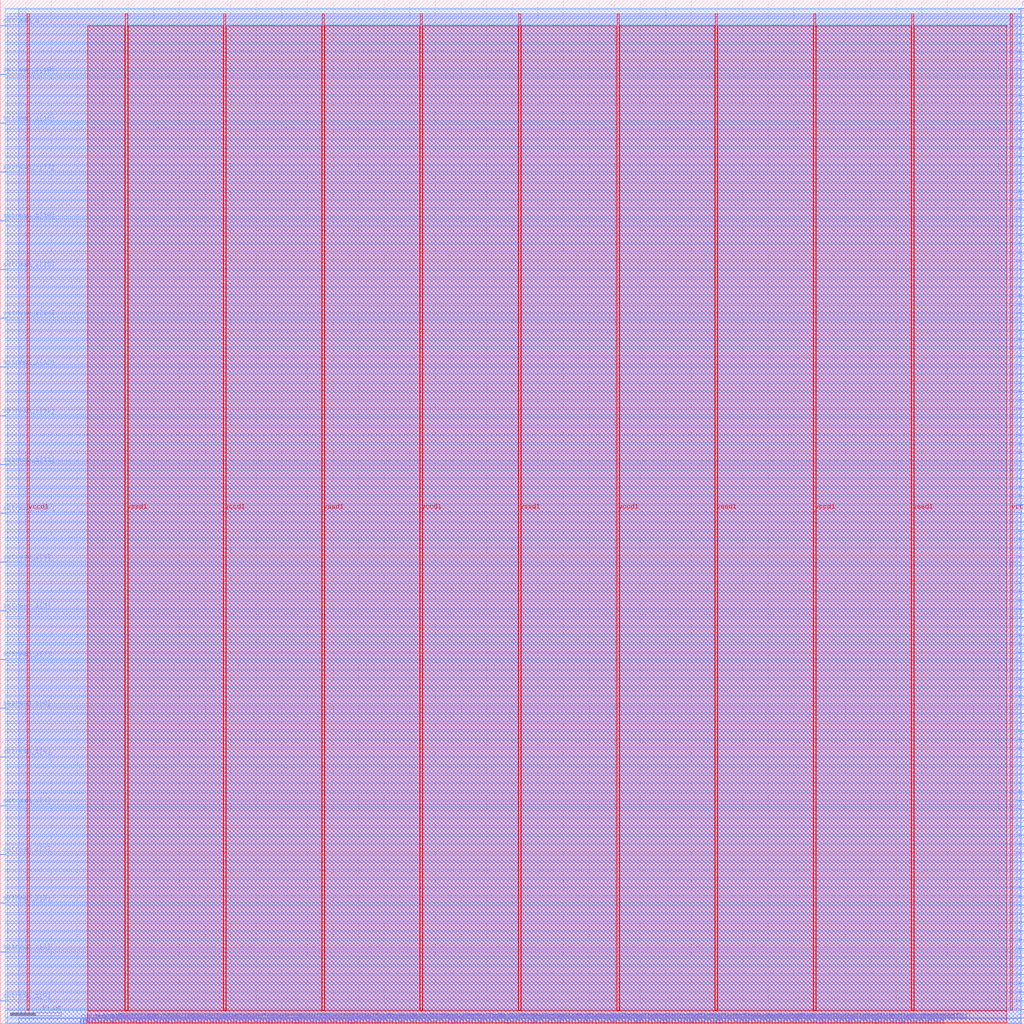
<source format=lef>
VERSION 5.7 ;
  NOWIREEXTENSIONATPIN ON ;
  DIVIDERCHAR "/" ;
  BUSBITCHARS "[]" ;
MACRO bary_pipe_m
  CLASS BLOCK ;
  FOREIGN bary_pipe_m ;
  ORIGIN 0.000 0.000 ;
  SIZE 800.000 BY 800.000 ;
  PIN busy_o
    DIRECTION OUTPUT TRISTATE ;
    USE SIGNAL ;
    ANTENNADIFFAREA 2.484000 ;
    PORT
      LAYER met2 ;
        RECT 74.150 0.000 74.430 4.000 ;
    END
  END busy_o
  PIN clk_i
    DIRECTION INPUT ;
    USE SIGNAL ;
    ANTENNAGATEAREA 0.852000 ;
    ANTENNADIFFAREA 0.869400 ;
    PORT
      LAYER met2 ;
        RECT 62.650 0.000 62.930 4.000 ;
    END
  END clk_i
  PIN discard_o
    DIRECTION OUTPUT TRISTATE ;
    USE SIGNAL ;
    ANTENNAGATEAREA 0.247500 ;
    ANTENNADIFFAREA 0.891000 ;
    PORT
      LAYER met2 ;
        RECT 71.850 0.000 72.130 4.000 ;
    END
  END discard_o
  PIN init_o
    DIRECTION OUTPUT TRISTATE ;
    USE SIGNAL ;
    ANTENNAGATEAREA 0.247500 ;
    ANTENNADIFFAREA 0.891000 ;
    PORT
      LAYER met2 ;
        RECT 69.550 0.000 69.830 4.000 ;
    END
  END init_o
  PIN mstream_i
    DIRECTION INPUT ;
    USE SIGNAL ;
    ANTENNAGATEAREA 0.373500 ;
    PORT
      LAYER met3 ;
        RECT 796.000 4.120 800.000 4.720 ;
    END
  END mstream_i
  PIN mstream_o[0]
    DIRECTION OUTPUT TRISTATE ;
    USE SIGNAL ;
    ANTENNAGATEAREA 0.126000 ;
    ANTENNADIFFAREA 0.891000 ;
    PORT
      LAYER met3 ;
        RECT 796.000 10.920 800.000 11.520 ;
    END
  END mstream_o[0]
  PIN mstream_o[100]
    DIRECTION OUTPUT TRISTATE ;
    USE SIGNAL ;
    ANTENNAGATEAREA 0.126000 ;
    ANTENNADIFFAREA 0.891000 ;
    PORT
      LAYER met3 ;
        RECT 796.000 690.920 800.000 691.520 ;
    END
  END mstream_o[100]
  PIN mstream_o[101]
    DIRECTION OUTPUT TRISTATE ;
    USE SIGNAL ;
    ANTENNAGATEAREA 0.126000 ;
    ANTENNADIFFAREA 0.891000 ;
    PORT
      LAYER met3 ;
        RECT 796.000 697.720 800.000 698.320 ;
    END
  END mstream_o[101]
  PIN mstream_o[102]
    DIRECTION OUTPUT TRISTATE ;
    USE SIGNAL ;
    ANTENNAGATEAREA 0.126000 ;
    ANTENNADIFFAREA 0.891000 ;
    PORT
      LAYER met3 ;
        RECT 796.000 704.520 800.000 705.120 ;
    END
  END mstream_o[102]
  PIN mstream_o[103]
    DIRECTION OUTPUT TRISTATE ;
    USE SIGNAL ;
    ANTENNAGATEAREA 0.126000 ;
    ANTENNADIFFAREA 0.891000 ;
    PORT
      LAYER met3 ;
        RECT 796.000 711.320 800.000 711.920 ;
    END
  END mstream_o[103]
  PIN mstream_o[104]
    DIRECTION OUTPUT TRISTATE ;
    USE SIGNAL ;
    ANTENNAGATEAREA 0.126000 ;
    ANTENNADIFFAREA 0.891000 ;
    PORT
      LAYER met3 ;
        RECT 796.000 718.120 800.000 718.720 ;
    END
  END mstream_o[104]
  PIN mstream_o[105]
    DIRECTION OUTPUT TRISTATE ;
    USE SIGNAL ;
    ANTENNAGATEAREA 0.126000 ;
    ANTENNADIFFAREA 0.891000 ;
    PORT
      LAYER met3 ;
        RECT 796.000 724.920 800.000 725.520 ;
    END
  END mstream_o[105]
  PIN mstream_o[106]
    DIRECTION OUTPUT TRISTATE ;
    USE SIGNAL ;
    ANTENNAGATEAREA 0.126000 ;
    ANTENNADIFFAREA 0.891000 ;
    PORT
      LAYER met3 ;
        RECT 796.000 731.720 800.000 732.320 ;
    END
  END mstream_o[106]
  PIN mstream_o[107]
    DIRECTION OUTPUT TRISTATE ;
    USE SIGNAL ;
    ANTENNAGATEAREA 0.126000 ;
    ANTENNADIFFAREA 0.891000 ;
    PORT
      LAYER met3 ;
        RECT 796.000 738.520 800.000 739.120 ;
    END
  END mstream_o[107]
  PIN mstream_o[108]
    DIRECTION OUTPUT TRISTATE ;
    USE SIGNAL ;
    ANTENNAGATEAREA 0.126000 ;
    ANTENNADIFFAREA 0.891000 ;
    PORT
      LAYER met3 ;
        RECT 796.000 745.320 800.000 745.920 ;
    END
  END mstream_o[108]
  PIN mstream_o[109]
    DIRECTION OUTPUT TRISTATE ;
    USE SIGNAL ;
    ANTENNAGATEAREA 0.126000 ;
    ANTENNADIFFAREA 2.629800 ;
    PORT
      LAYER met3 ;
        RECT 796.000 752.120 800.000 752.720 ;
    END
  END mstream_o[109]
  PIN mstream_o[10]
    DIRECTION OUTPUT TRISTATE ;
    USE SIGNAL ;
    ANTENNAGATEAREA 0.126000 ;
    ANTENNADIFFAREA 0.891000 ;
    PORT
      LAYER met3 ;
        RECT 796.000 78.920 800.000 79.520 ;
    END
  END mstream_o[10]
  PIN mstream_o[110]
    DIRECTION OUTPUT TRISTATE ;
    USE SIGNAL ;
    ANTENNAGATEAREA 0.126000 ;
    ANTENNADIFFAREA 0.891000 ;
    PORT
      LAYER met3 ;
        RECT 796.000 758.920 800.000 759.520 ;
    END
  END mstream_o[110]
  PIN mstream_o[111]
    DIRECTION OUTPUT TRISTATE ;
    USE SIGNAL ;
    ANTENNAGATEAREA 0.126000 ;
    ANTENNADIFFAREA 0.891000 ;
    PORT
      LAYER met3 ;
        RECT 796.000 765.720 800.000 766.320 ;
    END
  END mstream_o[111]
  PIN mstream_o[112]
    DIRECTION OUTPUT TRISTATE ;
    USE SIGNAL ;
    ANTENNAGATEAREA 0.126000 ;
    ANTENNADIFFAREA 0.891000 ;
    PORT
      LAYER met3 ;
        RECT 796.000 772.520 800.000 773.120 ;
    END
  END mstream_o[112]
  PIN mstream_o[113]
    DIRECTION OUTPUT TRISTATE ;
    USE SIGNAL ;
    ANTENNAGATEAREA 0.126000 ;
    ANTENNADIFFAREA 0.891000 ;
    PORT
      LAYER met3 ;
        RECT 796.000 779.320 800.000 779.920 ;
    END
  END mstream_o[113]
  PIN mstream_o[114]
    DIRECTION OUTPUT TRISTATE ;
    USE SIGNAL ;
    ANTENNAGATEAREA 0.126000 ;
    ANTENNADIFFAREA 5.238000 ;
    PORT
      LAYER met3 ;
        RECT 796.000 786.120 800.000 786.720 ;
    END
  END mstream_o[114]
  PIN mstream_o[115]
    DIRECTION OUTPUT TRISTATE ;
    USE SIGNAL ;
    PORT
      LAYER met3 ;
        RECT 796.000 792.920 800.000 793.520 ;
    END
  END mstream_o[115]
  PIN mstream_o[11]
    DIRECTION OUTPUT TRISTATE ;
    USE SIGNAL ;
    ANTENNAGATEAREA 0.126000 ;
    ANTENNADIFFAREA 2.629800 ;
    PORT
      LAYER met3 ;
        RECT 796.000 85.720 800.000 86.320 ;
    END
  END mstream_o[11]
  PIN mstream_o[12]
    DIRECTION OUTPUT TRISTATE ;
    USE SIGNAL ;
    ANTENNAGATEAREA 0.126000 ;
    ANTENNADIFFAREA 0.891000 ;
    PORT
      LAYER met3 ;
        RECT 796.000 92.520 800.000 93.120 ;
    END
  END mstream_o[12]
  PIN mstream_o[13]
    DIRECTION OUTPUT TRISTATE ;
    USE SIGNAL ;
    ANTENNAGATEAREA 0.126000 ;
    ANTENNADIFFAREA 0.891000 ;
    PORT
      LAYER met3 ;
        RECT 796.000 99.320 800.000 99.920 ;
    END
  END mstream_o[13]
  PIN mstream_o[14]
    DIRECTION OUTPUT TRISTATE ;
    USE SIGNAL ;
    ANTENNAGATEAREA 0.126000 ;
    ANTENNADIFFAREA 0.891000 ;
    PORT
      LAYER met3 ;
        RECT 796.000 106.120 800.000 106.720 ;
    END
  END mstream_o[14]
  PIN mstream_o[15]
    DIRECTION OUTPUT TRISTATE ;
    USE SIGNAL ;
    ANTENNAGATEAREA 0.126000 ;
    ANTENNADIFFAREA 0.891000 ;
    PORT
      LAYER met3 ;
        RECT 796.000 112.920 800.000 113.520 ;
    END
  END mstream_o[15]
  PIN mstream_o[16]
    DIRECTION OUTPUT TRISTATE ;
    USE SIGNAL ;
    ANTENNAGATEAREA 0.126000 ;
    ANTENNADIFFAREA 0.891000 ;
    PORT
      LAYER met3 ;
        RECT 796.000 119.720 800.000 120.320 ;
    END
  END mstream_o[16]
  PIN mstream_o[17]
    DIRECTION OUTPUT TRISTATE ;
    USE SIGNAL ;
    ANTENNAGATEAREA 0.126000 ;
    ANTENNADIFFAREA 0.891000 ;
    PORT
      LAYER met3 ;
        RECT 796.000 126.520 800.000 127.120 ;
    END
  END mstream_o[17]
  PIN mstream_o[18]
    DIRECTION OUTPUT TRISTATE ;
    USE SIGNAL ;
    ANTENNAGATEAREA 0.126000 ;
    ANTENNADIFFAREA 0.891000 ;
    PORT
      LAYER met3 ;
        RECT 796.000 133.320 800.000 133.920 ;
    END
  END mstream_o[18]
  PIN mstream_o[19]
    DIRECTION OUTPUT TRISTATE ;
    USE SIGNAL ;
    ANTENNAGATEAREA 0.126000 ;
    ANTENNADIFFAREA 0.891000 ;
    PORT
      LAYER met3 ;
        RECT 796.000 140.120 800.000 140.720 ;
    END
  END mstream_o[19]
  PIN mstream_o[1]
    DIRECTION OUTPUT TRISTATE ;
    USE SIGNAL ;
    ANTENNAGATEAREA 0.126000 ;
    ANTENNADIFFAREA 7.846200 ;
    PORT
      LAYER met3 ;
        RECT 796.000 17.720 800.000 18.320 ;
    END
  END mstream_o[1]
  PIN mstream_o[20]
    DIRECTION OUTPUT TRISTATE ;
    USE SIGNAL ;
    ANTENNAGATEAREA 0.126000 ;
    ANTENNADIFFAREA 0.891000 ;
    PORT
      LAYER met3 ;
        RECT 796.000 146.920 800.000 147.520 ;
    END
  END mstream_o[20]
  PIN mstream_o[21]
    DIRECTION OUTPUT TRISTATE ;
    USE SIGNAL ;
    ANTENNAGATEAREA 0.126000 ;
    ANTENNADIFFAREA 0.891000 ;
    PORT
      LAYER met3 ;
        RECT 796.000 153.720 800.000 154.320 ;
    END
  END mstream_o[21]
  PIN mstream_o[22]
    DIRECTION OUTPUT TRISTATE ;
    USE SIGNAL ;
    ANTENNAGATEAREA 0.126000 ;
    ANTENNADIFFAREA 0.891000 ;
    PORT
      LAYER met3 ;
        RECT 796.000 160.520 800.000 161.120 ;
    END
  END mstream_o[22]
  PIN mstream_o[23]
    DIRECTION OUTPUT TRISTATE ;
    USE SIGNAL ;
    ANTENNAGATEAREA 0.126000 ;
    ANTENNADIFFAREA 0.891000 ;
    PORT
      LAYER met3 ;
        RECT 796.000 167.320 800.000 167.920 ;
    END
  END mstream_o[23]
  PIN mstream_o[24]
    DIRECTION OUTPUT TRISTATE ;
    USE SIGNAL ;
    ANTENNAGATEAREA 0.126000 ;
    ANTENNADIFFAREA 0.891000 ;
    PORT
      LAYER met3 ;
        RECT 796.000 174.120 800.000 174.720 ;
    END
  END mstream_o[24]
  PIN mstream_o[25]
    DIRECTION OUTPUT TRISTATE ;
    USE SIGNAL ;
    ANTENNAGATEAREA 0.126000 ;
    ANTENNADIFFAREA 0.891000 ;
    PORT
      LAYER met3 ;
        RECT 796.000 180.920 800.000 181.520 ;
    END
  END mstream_o[25]
  PIN mstream_o[26]
    DIRECTION OUTPUT TRISTATE ;
    USE SIGNAL ;
    ANTENNAGATEAREA 0.126000 ;
    ANTENNADIFFAREA 0.891000 ;
    PORT
      LAYER met3 ;
        RECT 796.000 187.720 800.000 188.320 ;
    END
  END mstream_o[26]
  PIN mstream_o[27]
    DIRECTION OUTPUT TRISTATE ;
    USE SIGNAL ;
    ANTENNAGATEAREA 0.126000 ;
    ANTENNADIFFAREA 0.891000 ;
    PORT
      LAYER met3 ;
        RECT 796.000 194.520 800.000 195.120 ;
    END
  END mstream_o[27]
  PIN mstream_o[28]
    DIRECTION OUTPUT TRISTATE ;
    USE SIGNAL ;
    ANTENNAGATEAREA 0.126000 ;
    ANTENNADIFFAREA 0.891000 ;
    PORT
      LAYER met3 ;
        RECT 796.000 201.320 800.000 201.920 ;
    END
  END mstream_o[28]
  PIN mstream_o[29]
    DIRECTION OUTPUT TRISTATE ;
    USE SIGNAL ;
    ANTENNAGATEAREA 0.126000 ;
    ANTENNADIFFAREA 0.891000 ;
    PORT
      LAYER met3 ;
        RECT 796.000 208.120 800.000 208.720 ;
    END
  END mstream_o[29]
  PIN mstream_o[2]
    DIRECTION OUTPUT TRISTATE ;
    USE SIGNAL ;
    ANTENNAGATEAREA 0.126000 ;
    ANTENNADIFFAREA 0.891000 ;
    PORT
      LAYER met3 ;
        RECT 796.000 24.520 800.000 25.120 ;
    END
  END mstream_o[2]
  PIN mstream_o[30]
    DIRECTION OUTPUT TRISTATE ;
    USE SIGNAL ;
    ANTENNAGATEAREA 0.126000 ;
    ANTENNADIFFAREA 0.891000 ;
    PORT
      LAYER met3 ;
        RECT 796.000 214.920 800.000 215.520 ;
    END
  END mstream_o[30]
  PIN mstream_o[31]
    DIRECTION OUTPUT TRISTATE ;
    USE SIGNAL ;
    ANTENNAGATEAREA 0.126000 ;
    ANTENNADIFFAREA 0.891000 ;
    PORT
      LAYER met3 ;
        RECT 796.000 221.720 800.000 222.320 ;
    END
  END mstream_o[31]
  PIN mstream_o[32]
    DIRECTION OUTPUT TRISTATE ;
    USE SIGNAL ;
    ANTENNAGATEAREA 0.126000 ;
    ANTENNADIFFAREA 0.891000 ;
    PORT
      LAYER met3 ;
        RECT 796.000 228.520 800.000 229.120 ;
    END
  END mstream_o[32]
  PIN mstream_o[33]
    DIRECTION OUTPUT TRISTATE ;
    USE SIGNAL ;
    ANTENNAGATEAREA 0.126000 ;
    ANTENNADIFFAREA 0.891000 ;
    PORT
      LAYER met3 ;
        RECT 796.000 235.320 800.000 235.920 ;
    END
  END mstream_o[33]
  PIN mstream_o[34]
    DIRECTION OUTPUT TRISTATE ;
    USE SIGNAL ;
    ANTENNAGATEAREA 0.126000 ;
    ANTENNADIFFAREA 0.891000 ;
    PORT
      LAYER met3 ;
        RECT 796.000 242.120 800.000 242.720 ;
    END
  END mstream_o[34]
  PIN mstream_o[35]
    DIRECTION OUTPUT TRISTATE ;
    USE SIGNAL ;
    ANTENNAGATEAREA 0.126000 ;
    ANTENNADIFFAREA 0.891000 ;
    PORT
      LAYER met3 ;
        RECT 796.000 248.920 800.000 249.520 ;
    END
  END mstream_o[35]
  PIN mstream_o[36]
    DIRECTION OUTPUT TRISTATE ;
    USE SIGNAL ;
    ANTENNAGATEAREA 0.126000 ;
    ANTENNADIFFAREA 0.891000 ;
    PORT
      LAYER met3 ;
        RECT 796.000 255.720 800.000 256.320 ;
    END
  END mstream_o[36]
  PIN mstream_o[37]
    DIRECTION OUTPUT TRISTATE ;
    USE SIGNAL ;
    ANTENNAGATEAREA 0.126000 ;
    ANTENNADIFFAREA 0.891000 ;
    PORT
      LAYER met3 ;
        RECT 796.000 262.520 800.000 263.120 ;
    END
  END mstream_o[37]
  PIN mstream_o[38]
    DIRECTION OUTPUT TRISTATE ;
    USE SIGNAL ;
    ANTENNAGATEAREA 0.126000 ;
    ANTENNADIFFAREA 0.891000 ;
    PORT
      LAYER met3 ;
        RECT 796.000 269.320 800.000 269.920 ;
    END
  END mstream_o[38]
  PIN mstream_o[39]
    DIRECTION OUTPUT TRISTATE ;
    USE SIGNAL ;
    ANTENNAGATEAREA 0.126000 ;
    ANTENNADIFFAREA 0.891000 ;
    PORT
      LAYER met3 ;
        RECT 796.000 276.120 800.000 276.720 ;
    END
  END mstream_o[39]
  PIN mstream_o[3]
    DIRECTION OUTPUT TRISTATE ;
    USE SIGNAL ;
    ANTENNAGATEAREA 0.126000 ;
    ANTENNADIFFAREA 0.891000 ;
    PORT
      LAYER met3 ;
        RECT 796.000 31.320 800.000 31.920 ;
    END
  END mstream_o[3]
  PIN mstream_o[40]
    DIRECTION OUTPUT TRISTATE ;
    USE SIGNAL ;
    ANTENNAGATEAREA 0.126000 ;
    ANTENNADIFFAREA 0.891000 ;
    PORT
      LAYER met3 ;
        RECT 796.000 282.920 800.000 283.520 ;
    END
  END mstream_o[40]
  PIN mstream_o[41]
    DIRECTION OUTPUT TRISTATE ;
    USE SIGNAL ;
    ANTENNAGATEAREA 0.126000 ;
    ANTENNADIFFAREA 0.891000 ;
    PORT
      LAYER met3 ;
        RECT 796.000 289.720 800.000 290.320 ;
    END
  END mstream_o[41]
  PIN mstream_o[42]
    DIRECTION OUTPUT TRISTATE ;
    USE SIGNAL ;
    ANTENNAGATEAREA 0.126000 ;
    ANTENNADIFFAREA 0.891000 ;
    PORT
      LAYER met3 ;
        RECT 796.000 296.520 800.000 297.120 ;
    END
  END mstream_o[42]
  PIN mstream_o[43]
    DIRECTION OUTPUT TRISTATE ;
    USE SIGNAL ;
    ANTENNAGATEAREA 0.126000 ;
    ANTENNADIFFAREA 0.891000 ;
    PORT
      LAYER met3 ;
        RECT 796.000 303.320 800.000 303.920 ;
    END
  END mstream_o[43]
  PIN mstream_o[44]
    DIRECTION OUTPUT TRISTATE ;
    USE SIGNAL ;
    ANTENNAGATEAREA 0.126000 ;
    ANTENNADIFFAREA 0.891000 ;
    PORT
      LAYER met3 ;
        RECT 796.000 310.120 800.000 310.720 ;
    END
  END mstream_o[44]
  PIN mstream_o[45]
    DIRECTION OUTPUT TRISTATE ;
    USE SIGNAL ;
    ANTENNAGATEAREA 0.126000 ;
    ANTENNADIFFAREA 0.891000 ;
    PORT
      LAYER met3 ;
        RECT 796.000 316.920 800.000 317.520 ;
    END
  END mstream_o[45]
  PIN mstream_o[46]
    DIRECTION OUTPUT TRISTATE ;
    USE SIGNAL ;
    ANTENNAGATEAREA 0.126000 ;
    ANTENNADIFFAREA 0.891000 ;
    PORT
      LAYER met3 ;
        RECT 796.000 323.720 800.000 324.320 ;
    END
  END mstream_o[46]
  PIN mstream_o[47]
    DIRECTION OUTPUT TRISTATE ;
    USE SIGNAL ;
    ANTENNAGATEAREA 0.126000 ;
    ANTENNADIFFAREA 0.891000 ;
    PORT
      LAYER met3 ;
        RECT 796.000 330.520 800.000 331.120 ;
    END
  END mstream_o[47]
  PIN mstream_o[48]
    DIRECTION OUTPUT TRISTATE ;
    USE SIGNAL ;
    ANTENNAGATEAREA 0.126000 ;
    ANTENNADIFFAREA 0.891000 ;
    PORT
      LAYER met3 ;
        RECT 796.000 337.320 800.000 337.920 ;
    END
  END mstream_o[48]
  PIN mstream_o[49]
    DIRECTION OUTPUT TRISTATE ;
    USE SIGNAL ;
    ANTENNAGATEAREA 0.126000 ;
    ANTENNADIFFAREA 0.891000 ;
    PORT
      LAYER met3 ;
        RECT 796.000 344.120 800.000 344.720 ;
    END
  END mstream_o[49]
  PIN mstream_o[4]
    DIRECTION OUTPUT TRISTATE ;
    USE SIGNAL ;
    ANTENNAGATEAREA 0.126000 ;
    ANTENNADIFFAREA 0.891000 ;
    PORT
      LAYER met3 ;
        RECT 796.000 38.120 800.000 38.720 ;
    END
  END mstream_o[4]
  PIN mstream_o[50]
    DIRECTION OUTPUT TRISTATE ;
    USE SIGNAL ;
    ANTENNAGATEAREA 0.126000 ;
    ANTENNADIFFAREA 0.891000 ;
    PORT
      LAYER met3 ;
        RECT 796.000 350.920 800.000 351.520 ;
    END
  END mstream_o[50]
  PIN mstream_o[51]
    DIRECTION OUTPUT TRISTATE ;
    USE SIGNAL ;
    ANTENNAGATEAREA 0.126000 ;
    ANTENNADIFFAREA 0.891000 ;
    PORT
      LAYER met3 ;
        RECT 796.000 357.720 800.000 358.320 ;
    END
  END mstream_o[51]
  PIN mstream_o[52]
    DIRECTION OUTPUT TRISTATE ;
    USE SIGNAL ;
    ANTENNAGATEAREA 0.126000 ;
    ANTENNADIFFAREA 0.891000 ;
    PORT
      LAYER met3 ;
        RECT 796.000 364.520 800.000 365.120 ;
    END
  END mstream_o[52]
  PIN mstream_o[53]
    DIRECTION OUTPUT TRISTATE ;
    USE SIGNAL ;
    ANTENNAGATEAREA 0.126000 ;
    ANTENNADIFFAREA 0.891000 ;
    PORT
      LAYER met3 ;
        RECT 796.000 371.320 800.000 371.920 ;
    END
  END mstream_o[53]
  PIN mstream_o[54]
    DIRECTION OUTPUT TRISTATE ;
    USE SIGNAL ;
    ANTENNAGATEAREA 0.126000 ;
    ANTENNADIFFAREA 0.891000 ;
    PORT
      LAYER met3 ;
        RECT 796.000 378.120 800.000 378.720 ;
    END
  END mstream_o[54]
  PIN mstream_o[55]
    DIRECTION OUTPUT TRISTATE ;
    USE SIGNAL ;
    ANTENNAGATEAREA 0.126000 ;
    ANTENNADIFFAREA 0.891000 ;
    PORT
      LAYER met3 ;
        RECT 796.000 384.920 800.000 385.520 ;
    END
  END mstream_o[55]
  PIN mstream_o[56]
    DIRECTION OUTPUT TRISTATE ;
    USE SIGNAL ;
    ANTENNAGATEAREA 0.126000 ;
    ANTENNADIFFAREA 0.891000 ;
    PORT
      LAYER met3 ;
        RECT 796.000 391.720 800.000 392.320 ;
    END
  END mstream_o[56]
  PIN mstream_o[57]
    DIRECTION OUTPUT TRISTATE ;
    USE SIGNAL ;
    ANTENNAGATEAREA 0.126000 ;
    ANTENNADIFFAREA 0.891000 ;
    PORT
      LAYER met3 ;
        RECT 796.000 398.520 800.000 399.120 ;
    END
  END mstream_o[57]
  PIN mstream_o[58]
    DIRECTION OUTPUT TRISTATE ;
    USE SIGNAL ;
    ANTENNAGATEAREA 0.126000 ;
    ANTENNADIFFAREA 0.891000 ;
    PORT
      LAYER met3 ;
        RECT 796.000 405.320 800.000 405.920 ;
    END
  END mstream_o[58]
  PIN mstream_o[59]
    DIRECTION OUTPUT TRISTATE ;
    USE SIGNAL ;
    ANTENNAGATEAREA 0.126000 ;
    ANTENNADIFFAREA 0.891000 ;
    PORT
      LAYER met3 ;
        RECT 796.000 412.120 800.000 412.720 ;
    END
  END mstream_o[59]
  PIN mstream_o[5]
    DIRECTION OUTPUT TRISTATE ;
    USE SIGNAL ;
    ANTENNAGATEAREA 0.126000 ;
    ANTENNADIFFAREA 0.891000 ;
    PORT
      LAYER met3 ;
        RECT 796.000 44.920 800.000 45.520 ;
    END
  END mstream_o[5]
  PIN mstream_o[60]
    DIRECTION OUTPUT TRISTATE ;
    USE SIGNAL ;
    ANTENNAGATEAREA 0.126000 ;
    ANTENNADIFFAREA 0.891000 ;
    PORT
      LAYER met3 ;
        RECT 796.000 418.920 800.000 419.520 ;
    END
  END mstream_o[60]
  PIN mstream_o[61]
    DIRECTION OUTPUT TRISTATE ;
    USE SIGNAL ;
    ANTENNADIFFAREA 2.673000 ;
    PORT
      LAYER met3 ;
        RECT 796.000 425.720 800.000 426.320 ;
    END
  END mstream_o[61]
  PIN mstream_o[62]
    DIRECTION OUTPUT TRISTATE ;
    USE SIGNAL ;
    ANTENNAGATEAREA 0.126000 ;
    ANTENNADIFFAREA 0.891000 ;
    PORT
      LAYER met3 ;
        RECT 796.000 432.520 800.000 433.120 ;
    END
  END mstream_o[62]
  PIN mstream_o[63]
    DIRECTION OUTPUT TRISTATE ;
    USE SIGNAL ;
    ANTENNAGATEAREA 1.116000 ;
    ANTENNADIFFAREA 0.891000 ;
    PORT
      LAYER met3 ;
        RECT 796.000 439.320 800.000 439.920 ;
    END
  END mstream_o[63]
  PIN mstream_o[64]
    DIRECTION OUTPUT TRISTATE ;
    USE SIGNAL ;
    ANTENNAGATEAREA 0.126000 ;
    ANTENNADIFFAREA 2.629800 ;
    PORT
      LAYER met3 ;
        RECT 796.000 446.120 800.000 446.720 ;
    END
  END mstream_o[64]
  PIN mstream_o[65]
    DIRECTION OUTPUT TRISTATE ;
    USE SIGNAL ;
    ANTENNAGATEAREA 0.126000 ;
    ANTENNADIFFAREA 1.760400 ;
    PORT
      LAYER met3 ;
        RECT 796.000 452.920 800.000 453.520 ;
    END
  END mstream_o[65]
  PIN mstream_o[66]
    DIRECTION OUTPUT TRISTATE ;
    USE SIGNAL ;
    ANTENNAGATEAREA 0.126000 ;
    ANTENNADIFFAREA 2.629800 ;
    PORT
      LAYER met3 ;
        RECT 796.000 459.720 800.000 460.320 ;
    END
  END mstream_o[66]
  PIN mstream_o[67]
    DIRECTION OUTPUT TRISTATE ;
    USE SIGNAL ;
    ANTENNAGATEAREA 0.126000 ;
    ANTENNADIFFAREA 0.891000 ;
    PORT
      LAYER met3 ;
        RECT 796.000 466.520 800.000 467.120 ;
    END
  END mstream_o[67]
  PIN mstream_o[68]
    DIRECTION OUTPUT TRISTATE ;
    USE SIGNAL ;
    ANTENNAGATEAREA 0.126000 ;
    ANTENNADIFFAREA 3.499200 ;
    PORT
      LAYER met3 ;
        RECT 796.000 473.320 800.000 473.920 ;
    END
  END mstream_o[68]
  PIN mstream_o[69]
    DIRECTION OUTPUT TRISTATE ;
    USE SIGNAL ;
    ANTENNAGATEAREA 0.126000 ;
    ANTENNADIFFAREA 3.499200 ;
    PORT
      LAYER met3 ;
        RECT 796.000 480.120 800.000 480.720 ;
    END
  END mstream_o[69]
  PIN mstream_o[6]
    DIRECTION OUTPUT TRISTATE ;
    USE SIGNAL ;
    ANTENNAGATEAREA 0.126000 ;
    ANTENNADIFFAREA 0.891000 ;
    PORT
      LAYER met3 ;
        RECT 796.000 51.720 800.000 52.320 ;
    END
  END mstream_o[6]
  PIN mstream_o[70]
    DIRECTION OUTPUT TRISTATE ;
    USE SIGNAL ;
    ANTENNAGATEAREA 0.126000 ;
    ANTENNADIFFAREA 0.891000 ;
    PORT
      LAYER met3 ;
        RECT 796.000 486.920 800.000 487.520 ;
    END
  END mstream_o[70]
  PIN mstream_o[71]
    DIRECTION OUTPUT TRISTATE ;
    USE SIGNAL ;
    ANTENNAGATEAREA 0.126000 ;
    ANTENNADIFFAREA 0.891000 ;
    PORT
      LAYER met3 ;
        RECT 796.000 493.720 800.000 494.320 ;
    END
  END mstream_o[71]
  PIN mstream_o[72]
    DIRECTION OUTPUT TRISTATE ;
    USE SIGNAL ;
    ANTENNAGATEAREA 0.126000 ;
    ANTENNADIFFAREA 2.629800 ;
    PORT
      LAYER met3 ;
        RECT 796.000 500.520 800.000 501.120 ;
    END
  END mstream_o[72]
  PIN mstream_o[73]
    DIRECTION OUTPUT TRISTATE ;
    USE SIGNAL ;
    ANTENNAGATEAREA 0.126000 ;
    ANTENNADIFFAREA 2.629800 ;
    PORT
      LAYER met3 ;
        RECT 796.000 507.320 800.000 507.920 ;
    END
  END mstream_o[73]
  PIN mstream_o[74]
    DIRECTION OUTPUT TRISTATE ;
    USE SIGNAL ;
    ANTENNAGATEAREA 0.126000 ;
    ANTENNADIFFAREA 3.499200 ;
    PORT
      LAYER met3 ;
        RECT 796.000 514.120 800.000 514.720 ;
    END
  END mstream_o[74]
  PIN mstream_o[75]
    DIRECTION OUTPUT TRISTATE ;
    USE SIGNAL ;
    ANTENNAGATEAREA 0.126000 ;
    ANTENNADIFFAREA 2.629800 ;
    PORT
      LAYER met3 ;
        RECT 796.000 520.920 800.000 521.520 ;
    END
  END mstream_o[75]
  PIN mstream_o[76]
    DIRECTION OUTPUT TRISTATE ;
    USE SIGNAL ;
    ANTENNAGATEAREA 0.126000 ;
    ANTENNADIFFAREA 0.891000 ;
    PORT
      LAYER met3 ;
        RECT 796.000 527.720 800.000 528.320 ;
    END
  END mstream_o[76]
  PIN mstream_o[77]
    DIRECTION OUTPUT TRISTATE ;
    USE SIGNAL ;
    ANTENNAGATEAREA 0.126000 ;
    ANTENNADIFFAREA 6.976800 ;
    PORT
      LAYER met3 ;
        RECT 796.000 534.520 800.000 535.120 ;
    END
  END mstream_o[77]
  PIN mstream_o[78]
    DIRECTION OUTPUT TRISTATE ;
    USE SIGNAL ;
    ANTENNAGATEAREA 0.126000 ;
    ANTENNADIFFAREA 0.891000 ;
    PORT
      LAYER met3 ;
        RECT 796.000 541.320 800.000 541.920 ;
    END
  END mstream_o[78]
  PIN mstream_o[79]
    DIRECTION OUTPUT TRISTATE ;
    USE SIGNAL ;
    ANTENNAGATEAREA 0.126000 ;
    ANTENNADIFFAREA 3.499200 ;
    PORT
      LAYER met3 ;
        RECT 796.000 548.120 800.000 548.720 ;
    END
  END mstream_o[79]
  PIN mstream_o[7]
    DIRECTION OUTPUT TRISTATE ;
    USE SIGNAL ;
    ANTENNAGATEAREA 0.126000 ;
    ANTENNADIFFAREA 6.976800 ;
    PORT
      LAYER met3 ;
        RECT 796.000 58.520 800.000 59.120 ;
    END
  END mstream_o[7]
  PIN mstream_o[80]
    DIRECTION OUTPUT TRISTATE ;
    USE SIGNAL ;
    ANTENNAGATEAREA 0.126000 ;
    ANTENNADIFFAREA 5.238000 ;
    PORT
      LAYER met3 ;
        RECT 796.000 554.920 800.000 555.520 ;
    END
  END mstream_o[80]
  PIN mstream_o[81]
    DIRECTION OUTPUT TRISTATE ;
    USE SIGNAL ;
    ANTENNAGATEAREA 0.126000 ;
    ANTENNADIFFAREA 5.238000 ;
    PORT
      LAYER met3 ;
        RECT 796.000 561.720 800.000 562.320 ;
    END
  END mstream_o[81]
  PIN mstream_o[82]
    DIRECTION OUTPUT TRISTATE ;
    USE SIGNAL ;
    ANTENNAGATEAREA 0.126000 ;
    ANTENNADIFFAREA 0.891000 ;
    PORT
      LAYER met3 ;
        RECT 796.000 568.520 800.000 569.120 ;
    END
  END mstream_o[82]
  PIN mstream_o[83]
    DIRECTION OUTPUT TRISTATE ;
    USE SIGNAL ;
    ANTENNAGATEAREA 0.126000 ;
    ANTENNADIFFAREA 5.238000 ;
    PORT
      LAYER met3 ;
        RECT 796.000 575.320 800.000 575.920 ;
    END
  END mstream_o[83]
  PIN mstream_o[84]
    DIRECTION OUTPUT TRISTATE ;
    USE SIGNAL ;
    ANTENNAGATEAREA 0.126000 ;
    ANTENNADIFFAREA 8.715600 ;
    PORT
      LAYER met3 ;
        RECT 796.000 582.120 800.000 582.720 ;
    END
  END mstream_o[84]
  PIN mstream_o[85]
    DIRECTION OUTPUT TRISTATE ;
    USE SIGNAL ;
    ANTENNAGATEAREA 0.126000 ;
    ANTENNADIFFAREA 0.891000 ;
    PORT
      LAYER met3 ;
        RECT 796.000 588.920 800.000 589.520 ;
    END
  END mstream_o[85]
  PIN mstream_o[86]
    DIRECTION OUTPUT TRISTATE ;
    USE SIGNAL ;
    ANTENNAGATEAREA 0.126000 ;
    ANTENNADIFFAREA 0.891000 ;
    PORT
      LAYER met3 ;
        RECT 796.000 595.720 800.000 596.320 ;
    END
  END mstream_o[86]
  PIN mstream_o[87]
    DIRECTION OUTPUT TRISTATE ;
    USE SIGNAL ;
    ANTENNAGATEAREA 0.126000 ;
    ANTENNADIFFAREA 0.891000 ;
    PORT
      LAYER met3 ;
        RECT 796.000 602.520 800.000 603.120 ;
    END
  END mstream_o[87]
  PIN mstream_o[88]
    DIRECTION OUTPUT TRISTATE ;
    USE SIGNAL ;
    ANTENNAGATEAREA 0.126000 ;
    ANTENNADIFFAREA 6.976800 ;
    PORT
      LAYER met3 ;
        RECT 796.000 609.320 800.000 609.920 ;
    END
  END mstream_o[88]
  PIN mstream_o[89]
    DIRECTION OUTPUT TRISTATE ;
    USE SIGNAL ;
    ANTENNAGATEAREA 0.126000 ;
    ANTENNADIFFAREA 6.976800 ;
    PORT
      LAYER met3 ;
        RECT 796.000 616.120 800.000 616.720 ;
    END
  END mstream_o[89]
  PIN mstream_o[8]
    DIRECTION OUTPUT TRISTATE ;
    USE SIGNAL ;
    ANTENNAGATEAREA 0.126000 ;
    ANTENNADIFFAREA 5.238000 ;
    PORT
      LAYER met3 ;
        RECT 796.000 65.320 800.000 65.920 ;
    END
  END mstream_o[8]
  PIN mstream_o[90]
    DIRECTION OUTPUT TRISTATE ;
    USE SIGNAL ;
    ANTENNAGATEAREA 0.126000 ;
    ANTENNADIFFAREA 0.891000 ;
    PORT
      LAYER met3 ;
        RECT 796.000 622.920 800.000 623.520 ;
    END
  END mstream_o[90]
  PIN mstream_o[91]
    DIRECTION OUTPUT TRISTATE ;
    USE SIGNAL ;
    ANTENNAGATEAREA 0.126000 ;
    ANTENNADIFFAREA 0.891000 ;
    PORT
      LAYER met3 ;
        RECT 796.000 629.720 800.000 630.320 ;
    END
  END mstream_o[91]
  PIN mstream_o[92]
    DIRECTION OUTPUT TRISTATE ;
    USE SIGNAL ;
    ANTENNAGATEAREA 0.126000 ;
    ANTENNADIFFAREA 0.891000 ;
    PORT
      LAYER met3 ;
        RECT 796.000 636.520 800.000 637.120 ;
    END
  END mstream_o[92]
  PIN mstream_o[93]
    DIRECTION OUTPUT TRISTATE ;
    USE SIGNAL ;
    ANTENNADIFFAREA 2.673000 ;
    PORT
      LAYER met3 ;
        RECT 796.000 643.320 800.000 643.920 ;
    END
  END mstream_o[93]
  PIN mstream_o[94]
    DIRECTION OUTPUT TRISTATE ;
    USE SIGNAL ;
    ANTENNAGATEAREA 0.126000 ;
    ANTENNADIFFAREA 0.891000 ;
    PORT
      LAYER met3 ;
        RECT 796.000 650.120 800.000 650.720 ;
    END
  END mstream_o[94]
  PIN mstream_o[95]
    DIRECTION OUTPUT TRISTATE ;
    USE SIGNAL ;
    ANTENNAGATEAREA 1.116000 ;
    ANTENNADIFFAREA 0.891000 ;
    PORT
      LAYER met3 ;
        RECT 796.000 656.920 800.000 657.520 ;
    END
  END mstream_o[95]
  PIN mstream_o[96]
    DIRECTION OUTPUT TRISTATE ;
    USE SIGNAL ;
    ANTENNAGATEAREA 0.126000 ;
    ANTENNADIFFAREA 0.891000 ;
    PORT
      LAYER met3 ;
        RECT 796.000 663.720 800.000 664.320 ;
    END
  END mstream_o[96]
  PIN mstream_o[97]
    DIRECTION OUTPUT TRISTATE ;
    USE SIGNAL ;
    ANTENNAGATEAREA 0.126000 ;
    ANTENNADIFFAREA 0.891000 ;
    PORT
      LAYER met3 ;
        RECT 796.000 670.520 800.000 671.120 ;
    END
  END mstream_o[97]
  PIN mstream_o[98]
    DIRECTION OUTPUT TRISTATE ;
    USE SIGNAL ;
    ANTENNAGATEAREA 0.126000 ;
    ANTENNADIFFAREA 0.891000 ;
    PORT
      LAYER met3 ;
        RECT 796.000 677.320 800.000 677.920 ;
    END
  END mstream_o[98]
  PIN mstream_o[99]
    DIRECTION OUTPUT TRISTATE ;
    USE SIGNAL ;
    ANTENNAGATEAREA 0.126000 ;
    ANTENNADIFFAREA 0.891000 ;
    PORT
      LAYER met3 ;
        RECT 796.000 684.120 800.000 684.720 ;
    END
  END mstream_o[99]
  PIN mstream_o[9]
    DIRECTION OUTPUT TRISTATE ;
    USE SIGNAL ;
    ANTENNAGATEAREA 0.126000 ;
    ANTENNADIFFAREA 3.499200 ;
    PORT
      LAYER met3 ;
        RECT 796.000 72.120 800.000 72.720 ;
    END
  END mstream_o[9]
  PIN nrst_i
    DIRECTION INPUT ;
    USE SIGNAL ;
    ANTENNAGATEAREA 0.852000 ;
    PORT
      LAYER met2 ;
        RECT 64.950 0.000 65.230 4.000 ;
    END
  END nrst_i
  PIN run_i
    DIRECTION INPUT ;
    USE SIGNAL ;
    ANTENNAGATEAREA 0.621000 ;
    PORT
      LAYER met2 ;
        RECT 67.250 0.000 67.530 4.000 ;
    END
  END run_i
  PIN sstream_i[0]
    DIRECTION INPUT ;
    USE SIGNAL ;
    ANTENNAGATEAREA 0.373500 ;
    ANTENNADIFFAREA 4.781700 ;
    PORT
      LAYER met3 ;
        RECT 0.000 17.720 4.000 18.320 ;
    END
  END sstream_i[0]
  PIN sstream_i[10]
    DIRECTION INPUT ;
    USE SIGNAL ;
    ANTENNAGATEAREA 0.373500 ;
    ANTENNADIFFAREA 1.304100 ;
    PORT
      LAYER met3 ;
        RECT 0.000 398.520 4.000 399.120 ;
    END
  END sstream_i[10]
  PIN sstream_i[11]
    DIRECTION INPUT ;
    USE SIGNAL ;
    ANTENNAGATEAREA 0.373500 ;
    ANTENNADIFFAREA 8.694000 ;
    PORT
      LAYER met3 ;
        RECT 0.000 436.600 4.000 437.200 ;
    END
  END sstream_i[11]
  PIN sstream_i[12]
    DIRECTION INPUT ;
    USE SIGNAL ;
    ANTENNAGATEAREA 0.373500 ;
    ANTENNADIFFAREA 5.651100 ;
    PORT
      LAYER met3 ;
        RECT 0.000 474.680 4.000 475.280 ;
    END
  END sstream_i[12]
  PIN sstream_i[13]
    DIRECTION INPUT ;
    USE SIGNAL ;
    ANTENNAGATEAREA 0.373500 ;
    ANTENNADIFFAREA 5.651100 ;
    PORT
      LAYER met3 ;
        RECT 0.000 512.760 4.000 513.360 ;
    END
  END sstream_i[13]
  PIN sstream_i[14]
    DIRECTION INPUT ;
    USE SIGNAL ;
    ANTENNAGATEAREA 0.373500 ;
    ANTENNADIFFAREA 5.651100 ;
    PORT
      LAYER met3 ;
        RECT 0.000 550.840 4.000 551.440 ;
    END
  END sstream_i[14]
  PIN sstream_i[15]
    DIRECTION INPUT ;
    USE SIGNAL ;
    ANTENNAGATEAREA 0.373500 ;
    ANTENNADIFFAREA 3.912300 ;
    PORT
      LAYER met3 ;
        RECT 0.000 588.920 4.000 589.520 ;
    END
  END sstream_i[15]
  PIN sstream_i[16]
    DIRECTION INPUT ;
    USE SIGNAL ;
    ANTENNAGATEAREA 0.373500 ;
    ANTENNADIFFAREA 3.477600 ;
    PORT
      LAYER met3 ;
        RECT 0.000 627.000 4.000 627.600 ;
    END
  END sstream_i[16]
  PIN sstream_i[17]
    DIRECTION INPUT ;
    USE SIGNAL ;
    ANTENNAGATEAREA 0.373500 ;
    ANTENNADIFFAREA 2.608200 ;
    PORT
      LAYER met3 ;
        RECT 0.000 665.080 4.000 665.680 ;
    END
  END sstream_i[17]
  PIN sstream_i[18]
    DIRECTION INPUT ;
    USE SIGNAL ;
    ANTENNAGATEAREA 1.116000 ;
    ANTENNADIFFAREA 1.738800 ;
    PORT
      LAYER met3 ;
        RECT 0.000 703.160 4.000 703.760 ;
    END
  END sstream_i[18]
  PIN sstream_i[19]
    DIRECTION INPUT ;
    USE SIGNAL ;
    ANTENNAGATEAREA 0.126000 ;
    ANTENNADIFFAREA 3.477600 ;
    PORT
      LAYER met3 ;
        RECT 0.000 741.240 4.000 741.840 ;
    END
  END sstream_i[19]
  PIN sstream_i[1]
    DIRECTION INPUT ;
    USE SIGNAL ;
    ANTENNAGATEAREA 0.373500 ;
    ANTENNADIFFAREA 4.781700 ;
    PORT
      LAYER met3 ;
        RECT 0.000 55.800 4.000 56.400 ;
    END
  END sstream_i[1]
  PIN sstream_i[2]
    DIRECTION INPUT ;
    USE SIGNAL ;
    ANTENNAGATEAREA 0.373500 ;
    ANTENNADIFFAREA 19.126799 ;
    PORT
      LAYER met3 ;
        RECT 0.000 93.880 4.000 94.480 ;
    END
  END sstream_i[2]
  PIN sstream_i[3]
    DIRECTION INPUT ;
    USE SIGNAL ;
    ANTENNAGATEAREA 0.373500 ;
    ANTENNADIFFAREA 2.608200 ;
    PORT
      LAYER met3 ;
        RECT 0.000 131.960 4.000 132.560 ;
    END
  END sstream_i[3]
  PIN sstream_i[4]
    DIRECTION INPUT ;
    USE SIGNAL ;
    ANTENNAGATEAREA 0.373500 ;
    ANTENNADIFFAREA 1.738800 ;
    PORT
      LAYER met3 ;
        RECT 0.000 170.040 4.000 170.640 ;
    END
  END sstream_i[4]
  PIN sstream_i[5]
    DIRECTION INPUT ;
    USE SIGNAL ;
    ANTENNAGATEAREA 0.373500 ;
    ANTENNADIFFAREA 3.477600 ;
    PORT
      LAYER met3 ;
        RECT 0.000 208.120 4.000 208.720 ;
    END
  END sstream_i[5]
  PIN sstream_i[6]
    DIRECTION INPUT ;
    USE SIGNAL ;
    ANTENNAGATEAREA 0.373500 ;
    ANTENNADIFFAREA 0.869400 ;
    PORT
      LAYER met3 ;
        RECT 0.000 246.200 4.000 246.800 ;
    END
  END sstream_i[6]
  PIN sstream_i[7]
    DIRECTION INPUT ;
    USE SIGNAL ;
    ANTENNAGATEAREA 0.373500 ;
    ANTENNADIFFAREA 1.738800 ;
    PORT
      LAYER met3 ;
        RECT 0.000 284.280 4.000 284.880 ;
    END
  END sstream_i[7]
  PIN sstream_i[8]
    DIRECTION INPUT ;
    USE SIGNAL ;
    ANTENNAGATEAREA 0.373500 ;
    ANTENNADIFFAREA 1.304100 ;
    PORT
      LAYER met3 ;
        RECT 0.000 322.360 4.000 322.960 ;
    END
  END sstream_i[8]
  PIN sstream_i[9]
    DIRECTION INPUT ;
    USE SIGNAL ;
    ANTENNAGATEAREA 0.373500 ;
    ANTENNADIFFAREA 13.475699 ;
    PORT
      LAYER met3 ;
        RECT 0.000 360.440 4.000 361.040 ;
    END
  END sstream_i[9]
  PIN sstream_o
    DIRECTION OUTPUT TRISTATE ;
    USE SIGNAL ;
    ANTENNAGATEAREA 1.984500 ;
    ANTENNADIFFAREA 2.673000 ;
    PORT
      LAYER met3 ;
        RECT 0.000 779.320 4.000 779.920 ;
    END
  END sstream_o
  PIN v0x[0]
    DIRECTION INPUT ;
    USE SIGNAL ;
    ANTENNAGATEAREA 0.495000 ;
    PORT
      LAYER met2 ;
        RECT 76.450 0.000 76.730 4.000 ;
    END
  END v0x[0]
  PIN v0x[10]
    DIRECTION INPUT ;
    USE SIGNAL ;
    ANTENNAGATEAREA 0.495000 ;
    PORT
      LAYER met2 ;
        RECT 283.450 0.000 283.730 4.000 ;
    END
  END v0x[10]
  PIN v0x[11]
    DIRECTION INPUT ;
    USE SIGNAL ;
    ANTENNAGATEAREA 0.495000 ;
    PORT
      LAYER met2 ;
        RECT 304.150 0.000 304.430 4.000 ;
    END
  END v0x[11]
  PIN v0x[12]
    DIRECTION INPUT ;
    USE SIGNAL ;
    ANTENNAGATEAREA 0.495000 ;
    PORT
      LAYER met2 ;
        RECT 324.850 0.000 325.130 4.000 ;
    END
  END v0x[12]
  PIN v0x[13]
    DIRECTION INPUT ;
    USE SIGNAL ;
    ANTENNAGATEAREA 0.495000 ;
    PORT
      LAYER met2 ;
        RECT 345.550 0.000 345.830 4.000 ;
    END
  END v0x[13]
  PIN v0x[14]
    DIRECTION INPUT ;
    USE SIGNAL ;
    ANTENNAGATEAREA 0.495000 ;
    PORT
      LAYER met2 ;
        RECT 366.250 0.000 366.530 4.000 ;
    END
  END v0x[14]
  PIN v0x[15]
    DIRECTION INPUT ;
    USE SIGNAL ;
    ANTENNAGATEAREA 0.495000 ;
    PORT
      LAYER met2 ;
        RECT 386.950 0.000 387.230 4.000 ;
    END
  END v0x[15]
  PIN v0x[16]
    DIRECTION INPUT ;
    USE SIGNAL ;
    ANTENNAGATEAREA 0.495000 ;
    PORT
      LAYER met2 ;
        RECT 407.650 0.000 407.930 4.000 ;
    END
  END v0x[16]
  PIN v0x[17]
    DIRECTION INPUT ;
    USE SIGNAL ;
    ANTENNAGATEAREA 0.495000 ;
    PORT
      LAYER met2 ;
        RECT 428.350 0.000 428.630 4.000 ;
    END
  END v0x[17]
  PIN v0x[18]
    DIRECTION INPUT ;
    USE SIGNAL ;
    ANTENNAGATEAREA 0.495000 ;
    PORT
      LAYER met2 ;
        RECT 449.050 0.000 449.330 4.000 ;
    END
  END v0x[18]
  PIN v0x[19]
    DIRECTION INPUT ;
    USE SIGNAL ;
    ANTENNAGATEAREA 0.495000 ;
    PORT
      LAYER met2 ;
        RECT 469.750 0.000 470.030 4.000 ;
    END
  END v0x[19]
  PIN v0x[1]
    DIRECTION INPUT ;
    USE SIGNAL ;
    ANTENNAGATEAREA 0.495000 ;
    PORT
      LAYER met2 ;
        RECT 97.150 0.000 97.430 4.000 ;
    END
  END v0x[1]
  PIN v0x[20]
    DIRECTION INPUT ;
    USE SIGNAL ;
    ANTENNAGATEAREA 0.495000 ;
    PORT
      LAYER met2 ;
        RECT 490.450 0.000 490.730 4.000 ;
    END
  END v0x[20]
  PIN v0x[21]
    DIRECTION INPUT ;
    USE SIGNAL ;
    ANTENNAGATEAREA 0.495000 ;
    PORT
      LAYER met2 ;
        RECT 511.150 0.000 511.430 4.000 ;
    END
  END v0x[21]
  PIN v0x[22]
    DIRECTION INPUT ;
    USE SIGNAL ;
    ANTENNAGATEAREA 0.495000 ;
    PORT
      LAYER met2 ;
        RECT 531.850 0.000 532.130 4.000 ;
    END
  END v0x[22]
  PIN v0x[23]
    DIRECTION INPUT ;
    USE SIGNAL ;
    ANTENNAGATEAREA 0.495000 ;
    PORT
      LAYER met2 ;
        RECT 552.550 0.000 552.830 4.000 ;
    END
  END v0x[23]
  PIN v0x[24]
    DIRECTION INPUT ;
    USE SIGNAL ;
    ANTENNAGATEAREA 0.495000 ;
    PORT
      LAYER met2 ;
        RECT 573.250 0.000 573.530 4.000 ;
    END
  END v0x[24]
  PIN v0x[25]
    DIRECTION INPUT ;
    USE SIGNAL ;
    ANTENNAGATEAREA 0.495000 ;
    PORT
      LAYER met2 ;
        RECT 593.950 0.000 594.230 4.000 ;
    END
  END v0x[25]
  PIN v0x[26]
    DIRECTION INPUT ;
    USE SIGNAL ;
    ANTENNAGATEAREA 0.495000 ;
    PORT
      LAYER met2 ;
        RECT 614.650 0.000 614.930 4.000 ;
    END
  END v0x[26]
  PIN v0x[27]
    DIRECTION INPUT ;
    USE SIGNAL ;
    ANTENNAGATEAREA 0.495000 ;
    PORT
      LAYER met2 ;
        RECT 635.350 0.000 635.630 4.000 ;
    END
  END v0x[27]
  PIN v0x[28]
    DIRECTION INPUT ;
    USE SIGNAL ;
    ANTENNAGATEAREA 0.495000 ;
    PORT
      LAYER met2 ;
        RECT 656.050 0.000 656.330 4.000 ;
    END
  END v0x[28]
  PIN v0x[29]
    DIRECTION INPUT ;
    USE SIGNAL ;
    ANTENNAGATEAREA 0.495000 ;
    PORT
      LAYER met2 ;
        RECT 676.750 0.000 677.030 4.000 ;
    END
  END v0x[29]
  PIN v0x[2]
    DIRECTION INPUT ;
    USE SIGNAL ;
    ANTENNAGATEAREA 0.495000 ;
    PORT
      LAYER met2 ;
        RECT 117.850 0.000 118.130 4.000 ;
    END
  END v0x[2]
  PIN v0x[30]
    DIRECTION INPUT ;
    USE SIGNAL ;
    ANTENNAGATEAREA 0.495000 ;
    PORT
      LAYER met2 ;
        RECT 697.450 0.000 697.730 4.000 ;
    END
  END v0x[30]
  PIN v0x[31]
    DIRECTION INPUT ;
    USE SIGNAL ;
    ANTENNAGATEAREA 0.495000 ;
    PORT
      LAYER met2 ;
        RECT 718.150 0.000 718.430 4.000 ;
    END
  END v0x[31]
  PIN v0x[3]
    DIRECTION INPUT ;
    USE SIGNAL ;
    ANTENNAGATEAREA 0.495000 ;
    PORT
      LAYER met2 ;
        RECT 138.550 0.000 138.830 4.000 ;
    END
  END v0x[3]
  PIN v0x[4]
    DIRECTION INPUT ;
    USE SIGNAL ;
    ANTENNAGATEAREA 0.495000 ;
    PORT
      LAYER met2 ;
        RECT 159.250 0.000 159.530 4.000 ;
    END
  END v0x[4]
  PIN v0x[5]
    DIRECTION INPUT ;
    USE SIGNAL ;
    ANTENNAGATEAREA 0.495000 ;
    PORT
      LAYER met2 ;
        RECT 179.950 0.000 180.230 4.000 ;
    END
  END v0x[5]
  PIN v0x[6]
    DIRECTION INPUT ;
    USE SIGNAL ;
    ANTENNAGATEAREA 0.495000 ;
    PORT
      LAYER met2 ;
        RECT 200.650 0.000 200.930 4.000 ;
    END
  END v0x[6]
  PIN v0x[7]
    DIRECTION INPUT ;
    USE SIGNAL ;
    ANTENNAGATEAREA 0.495000 ;
    PORT
      LAYER met2 ;
        RECT 221.350 0.000 221.630 4.000 ;
    END
  END v0x[7]
  PIN v0x[8]
    DIRECTION INPUT ;
    USE SIGNAL ;
    ANTENNAGATEAREA 0.495000 ;
    PORT
      LAYER met2 ;
        RECT 242.050 0.000 242.330 4.000 ;
    END
  END v0x[8]
  PIN v0x[9]
    DIRECTION INPUT ;
    USE SIGNAL ;
    ANTENNAGATEAREA 0.495000 ;
    PORT
      LAYER met2 ;
        RECT 262.750 0.000 263.030 4.000 ;
    END
  END v0x[9]
  PIN v0y[0]
    DIRECTION INPUT ;
    USE SIGNAL ;
    ANTENNAGATEAREA 0.990000 ;
    PORT
      LAYER met2 ;
        RECT 78.750 0.000 79.030 4.000 ;
    END
  END v0y[0]
  PIN v0y[10]
    DIRECTION INPUT ;
    USE SIGNAL ;
    ANTENNAGATEAREA 0.990000 ;
    PORT
      LAYER met2 ;
        RECT 285.750 0.000 286.030 4.000 ;
    END
  END v0y[10]
  PIN v0y[11]
    DIRECTION INPUT ;
    USE SIGNAL ;
    ANTENNAGATEAREA 0.990000 ;
    PORT
      LAYER met2 ;
        RECT 306.450 0.000 306.730 4.000 ;
    END
  END v0y[11]
  PIN v0y[12]
    DIRECTION INPUT ;
    USE SIGNAL ;
    ANTENNAGATEAREA 0.990000 ;
    PORT
      LAYER met2 ;
        RECT 327.150 0.000 327.430 4.000 ;
    END
  END v0y[12]
  PIN v0y[13]
    DIRECTION INPUT ;
    USE SIGNAL ;
    ANTENNAGATEAREA 0.990000 ;
    PORT
      LAYER met2 ;
        RECT 347.850 0.000 348.130 4.000 ;
    END
  END v0y[13]
  PIN v0y[14]
    DIRECTION INPUT ;
    USE SIGNAL ;
    ANTENNAGATEAREA 0.990000 ;
    PORT
      LAYER met2 ;
        RECT 368.550 0.000 368.830 4.000 ;
    END
  END v0y[14]
  PIN v0y[15]
    DIRECTION INPUT ;
    USE SIGNAL ;
    ANTENNAGATEAREA 0.990000 ;
    PORT
      LAYER met2 ;
        RECT 389.250 0.000 389.530 4.000 ;
    END
  END v0y[15]
  PIN v0y[16]
    DIRECTION INPUT ;
    USE SIGNAL ;
    ANTENNAGATEAREA 0.990000 ;
    PORT
      LAYER met2 ;
        RECT 409.950 0.000 410.230 4.000 ;
    END
  END v0y[16]
  PIN v0y[17]
    DIRECTION INPUT ;
    USE SIGNAL ;
    ANTENNAGATEAREA 0.990000 ;
    PORT
      LAYER met2 ;
        RECT 430.650 0.000 430.930 4.000 ;
    END
  END v0y[17]
  PIN v0y[18]
    DIRECTION INPUT ;
    USE SIGNAL ;
    ANTENNAGATEAREA 0.990000 ;
    PORT
      LAYER met2 ;
        RECT 451.350 0.000 451.630 4.000 ;
    END
  END v0y[18]
  PIN v0y[19]
    DIRECTION INPUT ;
    USE SIGNAL ;
    ANTENNAGATEAREA 0.990000 ;
    PORT
      LAYER met2 ;
        RECT 472.050 0.000 472.330 4.000 ;
    END
  END v0y[19]
  PIN v0y[1]
    DIRECTION INPUT ;
    USE SIGNAL ;
    ANTENNAGATEAREA 0.990000 ;
    PORT
      LAYER met2 ;
        RECT 99.450 0.000 99.730 4.000 ;
    END
  END v0y[1]
  PIN v0y[20]
    DIRECTION INPUT ;
    USE SIGNAL ;
    ANTENNAGATEAREA 0.990000 ;
    PORT
      LAYER met2 ;
        RECT 492.750 0.000 493.030 4.000 ;
    END
  END v0y[20]
  PIN v0y[21]
    DIRECTION INPUT ;
    USE SIGNAL ;
    ANTENNAGATEAREA 0.990000 ;
    PORT
      LAYER met2 ;
        RECT 513.450 0.000 513.730 4.000 ;
    END
  END v0y[21]
  PIN v0y[22]
    DIRECTION INPUT ;
    USE SIGNAL ;
    ANTENNAGATEAREA 0.990000 ;
    PORT
      LAYER met2 ;
        RECT 534.150 0.000 534.430 4.000 ;
    END
  END v0y[22]
  PIN v0y[23]
    DIRECTION INPUT ;
    USE SIGNAL ;
    ANTENNAGATEAREA 0.990000 ;
    PORT
      LAYER met2 ;
        RECT 554.850 0.000 555.130 4.000 ;
    END
  END v0y[23]
  PIN v0y[24]
    DIRECTION INPUT ;
    USE SIGNAL ;
    ANTENNAGATEAREA 0.990000 ;
    PORT
      LAYER met2 ;
        RECT 575.550 0.000 575.830 4.000 ;
    END
  END v0y[24]
  PIN v0y[25]
    DIRECTION INPUT ;
    USE SIGNAL ;
    ANTENNAGATEAREA 0.990000 ;
    PORT
      LAYER met2 ;
        RECT 596.250 0.000 596.530 4.000 ;
    END
  END v0y[25]
  PIN v0y[26]
    DIRECTION INPUT ;
    USE SIGNAL ;
    ANTENNAGATEAREA 0.990000 ;
    PORT
      LAYER met2 ;
        RECT 616.950 0.000 617.230 4.000 ;
    END
  END v0y[26]
  PIN v0y[27]
    DIRECTION INPUT ;
    USE SIGNAL ;
    ANTENNAGATEAREA 0.990000 ;
    PORT
      LAYER met2 ;
        RECT 637.650 0.000 637.930 4.000 ;
    END
  END v0y[27]
  PIN v0y[28]
    DIRECTION INPUT ;
    USE SIGNAL ;
    ANTENNAGATEAREA 0.990000 ;
    PORT
      LAYER met2 ;
        RECT 658.350 0.000 658.630 4.000 ;
    END
  END v0y[28]
  PIN v0y[29]
    DIRECTION INPUT ;
    USE SIGNAL ;
    ANTENNAGATEAREA 0.990000 ;
    PORT
      LAYER met2 ;
        RECT 679.050 0.000 679.330 4.000 ;
    END
  END v0y[29]
  PIN v0y[2]
    DIRECTION INPUT ;
    USE SIGNAL ;
    ANTENNAGATEAREA 0.990000 ;
    PORT
      LAYER met2 ;
        RECT 120.150 0.000 120.430 4.000 ;
    END
  END v0y[2]
  PIN v0y[30]
    DIRECTION INPUT ;
    USE SIGNAL ;
    ANTENNAGATEAREA 0.990000 ;
    PORT
      LAYER met2 ;
        RECT 699.750 0.000 700.030 4.000 ;
    END
  END v0y[30]
  PIN v0y[31]
    DIRECTION INPUT ;
    USE SIGNAL ;
    ANTENNAGATEAREA 0.990000 ;
    PORT
      LAYER met2 ;
        RECT 720.450 0.000 720.730 4.000 ;
    END
  END v0y[31]
  PIN v0y[3]
    DIRECTION INPUT ;
    USE SIGNAL ;
    ANTENNAGATEAREA 0.990000 ;
    PORT
      LAYER met2 ;
        RECT 140.850 0.000 141.130 4.000 ;
    END
  END v0y[3]
  PIN v0y[4]
    DIRECTION INPUT ;
    USE SIGNAL ;
    ANTENNAGATEAREA 0.990000 ;
    PORT
      LAYER met2 ;
        RECT 161.550 0.000 161.830 4.000 ;
    END
  END v0y[4]
  PIN v0y[5]
    DIRECTION INPUT ;
    USE SIGNAL ;
    ANTENNAGATEAREA 0.990000 ;
    PORT
      LAYER met2 ;
        RECT 182.250 0.000 182.530 4.000 ;
    END
  END v0y[5]
  PIN v0y[6]
    DIRECTION INPUT ;
    USE SIGNAL ;
    ANTENNAGATEAREA 0.990000 ;
    PORT
      LAYER met2 ;
        RECT 202.950 0.000 203.230 4.000 ;
    END
  END v0y[6]
  PIN v0y[7]
    DIRECTION INPUT ;
    USE SIGNAL ;
    ANTENNAGATEAREA 0.990000 ;
    PORT
      LAYER met2 ;
        RECT 223.650 0.000 223.930 4.000 ;
    END
  END v0y[7]
  PIN v0y[8]
    DIRECTION INPUT ;
    USE SIGNAL ;
    ANTENNAGATEAREA 0.990000 ;
    PORT
      LAYER met2 ;
        RECT 244.350 0.000 244.630 4.000 ;
    END
  END v0y[8]
  PIN v0y[9]
    DIRECTION INPUT ;
    USE SIGNAL ;
    ANTENNAGATEAREA 0.990000 ;
    PORT
      LAYER met2 ;
        RECT 265.050 0.000 265.330 4.000 ;
    END
  END v0y[9]
  PIN v0z[0]
    DIRECTION INPUT ;
    USE SIGNAL ;
    PORT
      LAYER met2 ;
        RECT 81.050 0.000 81.330 4.000 ;
    END
  END v0z[0]
  PIN v0z[10]
    DIRECTION INPUT ;
    USE SIGNAL ;
    PORT
      LAYER met2 ;
        RECT 288.050 0.000 288.330 4.000 ;
    END
  END v0z[10]
  PIN v0z[11]
    DIRECTION INPUT ;
    USE SIGNAL ;
    PORT
      LAYER met2 ;
        RECT 308.750 0.000 309.030 4.000 ;
    END
  END v0z[11]
  PIN v0z[12]
    DIRECTION INPUT ;
    USE SIGNAL ;
    PORT
      LAYER met2 ;
        RECT 329.450 0.000 329.730 4.000 ;
    END
  END v0z[12]
  PIN v0z[13]
    DIRECTION INPUT ;
    USE SIGNAL ;
    PORT
      LAYER met2 ;
        RECT 350.150 0.000 350.430 4.000 ;
    END
  END v0z[13]
  PIN v0z[14]
    DIRECTION INPUT ;
    USE SIGNAL ;
    PORT
      LAYER met2 ;
        RECT 370.850 0.000 371.130 4.000 ;
    END
  END v0z[14]
  PIN v0z[15]
    DIRECTION INPUT ;
    USE SIGNAL ;
    PORT
      LAYER met2 ;
        RECT 391.550 0.000 391.830 4.000 ;
    END
  END v0z[15]
  PIN v0z[16]
    DIRECTION INPUT ;
    USE SIGNAL ;
    PORT
      LAYER met2 ;
        RECT 412.250 0.000 412.530 4.000 ;
    END
  END v0z[16]
  PIN v0z[17]
    DIRECTION INPUT ;
    USE SIGNAL ;
    PORT
      LAYER met2 ;
        RECT 432.950 0.000 433.230 4.000 ;
    END
  END v0z[17]
  PIN v0z[18]
    DIRECTION INPUT ;
    USE SIGNAL ;
    PORT
      LAYER met2 ;
        RECT 453.650 0.000 453.930 4.000 ;
    END
  END v0z[18]
  PIN v0z[19]
    DIRECTION INPUT ;
    USE SIGNAL ;
    PORT
      LAYER met2 ;
        RECT 474.350 0.000 474.630 4.000 ;
    END
  END v0z[19]
  PIN v0z[1]
    DIRECTION INPUT ;
    USE SIGNAL ;
    PORT
      LAYER met2 ;
        RECT 101.750 0.000 102.030 4.000 ;
    END
  END v0z[1]
  PIN v0z[20]
    DIRECTION INPUT ;
    USE SIGNAL ;
    PORT
      LAYER met2 ;
        RECT 495.050 0.000 495.330 4.000 ;
    END
  END v0z[20]
  PIN v0z[21]
    DIRECTION INPUT ;
    USE SIGNAL ;
    PORT
      LAYER met2 ;
        RECT 515.750 0.000 516.030 4.000 ;
    END
  END v0z[21]
  PIN v0z[22]
    DIRECTION INPUT ;
    USE SIGNAL ;
    PORT
      LAYER met2 ;
        RECT 536.450 0.000 536.730 4.000 ;
    END
  END v0z[22]
  PIN v0z[23]
    DIRECTION INPUT ;
    USE SIGNAL ;
    PORT
      LAYER met2 ;
        RECT 557.150 0.000 557.430 4.000 ;
    END
  END v0z[23]
  PIN v0z[24]
    DIRECTION INPUT ;
    USE SIGNAL ;
    PORT
      LAYER met2 ;
        RECT 577.850 0.000 578.130 4.000 ;
    END
  END v0z[24]
  PIN v0z[25]
    DIRECTION INPUT ;
    USE SIGNAL ;
    PORT
      LAYER met2 ;
        RECT 598.550 0.000 598.830 4.000 ;
    END
  END v0z[25]
  PIN v0z[26]
    DIRECTION INPUT ;
    USE SIGNAL ;
    PORT
      LAYER met2 ;
        RECT 619.250 0.000 619.530 4.000 ;
    END
  END v0z[26]
  PIN v0z[27]
    DIRECTION INPUT ;
    USE SIGNAL ;
    PORT
      LAYER met2 ;
        RECT 639.950 0.000 640.230 4.000 ;
    END
  END v0z[27]
  PIN v0z[28]
    DIRECTION INPUT ;
    USE SIGNAL ;
    PORT
      LAYER met2 ;
        RECT 660.650 0.000 660.930 4.000 ;
    END
  END v0z[28]
  PIN v0z[29]
    DIRECTION INPUT ;
    USE SIGNAL ;
    PORT
      LAYER met2 ;
        RECT 681.350 0.000 681.630 4.000 ;
    END
  END v0z[29]
  PIN v0z[2]
    DIRECTION INPUT ;
    USE SIGNAL ;
    PORT
      LAYER met2 ;
        RECT 122.450 0.000 122.730 4.000 ;
    END
  END v0z[2]
  PIN v0z[30]
    DIRECTION INPUT ;
    USE SIGNAL ;
    PORT
      LAYER met2 ;
        RECT 702.050 0.000 702.330 4.000 ;
    END
  END v0z[30]
  PIN v0z[31]
    DIRECTION INPUT ;
    USE SIGNAL ;
    PORT
      LAYER met2 ;
        RECT 722.750 0.000 723.030 4.000 ;
    END
  END v0z[31]
  PIN v0z[3]
    DIRECTION INPUT ;
    USE SIGNAL ;
    PORT
      LAYER met2 ;
        RECT 143.150 0.000 143.430 4.000 ;
    END
  END v0z[3]
  PIN v0z[4]
    DIRECTION INPUT ;
    USE SIGNAL ;
    PORT
      LAYER met2 ;
        RECT 163.850 0.000 164.130 4.000 ;
    END
  END v0z[4]
  PIN v0z[5]
    DIRECTION INPUT ;
    USE SIGNAL ;
    PORT
      LAYER met2 ;
        RECT 184.550 0.000 184.830 4.000 ;
    END
  END v0z[5]
  PIN v0z[6]
    DIRECTION INPUT ;
    USE SIGNAL ;
    PORT
      LAYER met2 ;
        RECT 205.250 0.000 205.530 4.000 ;
    END
  END v0z[6]
  PIN v0z[7]
    DIRECTION INPUT ;
    USE SIGNAL ;
    PORT
      LAYER met2 ;
        RECT 225.950 0.000 226.230 4.000 ;
    END
  END v0z[7]
  PIN v0z[8]
    DIRECTION INPUT ;
    USE SIGNAL ;
    PORT
      LAYER met2 ;
        RECT 246.650 0.000 246.930 4.000 ;
    END
  END v0z[8]
  PIN v0z[9]
    DIRECTION INPUT ;
    USE SIGNAL ;
    PORT
      LAYER met2 ;
        RECT 267.350 0.000 267.630 4.000 ;
    END
  END v0z[9]
  PIN v1x[0]
    DIRECTION INPUT ;
    USE SIGNAL ;
    ANTENNAGATEAREA 0.495000 ;
    PORT
      LAYER met2 ;
        RECT 83.350 0.000 83.630 4.000 ;
    END
  END v1x[0]
  PIN v1x[10]
    DIRECTION INPUT ;
    USE SIGNAL ;
    ANTENNAGATEAREA 0.495000 ;
    PORT
      LAYER met2 ;
        RECT 290.350 0.000 290.630 4.000 ;
    END
  END v1x[10]
  PIN v1x[11]
    DIRECTION INPUT ;
    USE SIGNAL ;
    ANTENNAGATEAREA 0.495000 ;
    PORT
      LAYER met2 ;
        RECT 311.050 0.000 311.330 4.000 ;
    END
  END v1x[11]
  PIN v1x[12]
    DIRECTION INPUT ;
    USE SIGNAL ;
    ANTENNAGATEAREA 0.495000 ;
    PORT
      LAYER met2 ;
        RECT 331.750 0.000 332.030 4.000 ;
    END
  END v1x[12]
  PIN v1x[13]
    DIRECTION INPUT ;
    USE SIGNAL ;
    ANTENNAGATEAREA 0.495000 ;
    PORT
      LAYER met2 ;
        RECT 352.450 0.000 352.730 4.000 ;
    END
  END v1x[13]
  PIN v1x[14]
    DIRECTION INPUT ;
    USE SIGNAL ;
    ANTENNAGATEAREA 0.495000 ;
    PORT
      LAYER met2 ;
        RECT 373.150 0.000 373.430 4.000 ;
    END
  END v1x[14]
  PIN v1x[15]
    DIRECTION INPUT ;
    USE SIGNAL ;
    ANTENNAGATEAREA 0.495000 ;
    PORT
      LAYER met2 ;
        RECT 393.850 0.000 394.130 4.000 ;
    END
  END v1x[15]
  PIN v1x[16]
    DIRECTION INPUT ;
    USE SIGNAL ;
    ANTENNAGATEAREA 0.495000 ;
    PORT
      LAYER met2 ;
        RECT 414.550 0.000 414.830 4.000 ;
    END
  END v1x[16]
  PIN v1x[17]
    DIRECTION INPUT ;
    USE SIGNAL ;
    ANTENNAGATEAREA 0.495000 ;
    PORT
      LAYER met2 ;
        RECT 435.250 0.000 435.530 4.000 ;
    END
  END v1x[17]
  PIN v1x[18]
    DIRECTION INPUT ;
    USE SIGNAL ;
    ANTENNAGATEAREA 0.495000 ;
    PORT
      LAYER met2 ;
        RECT 455.950 0.000 456.230 4.000 ;
    END
  END v1x[18]
  PIN v1x[19]
    DIRECTION INPUT ;
    USE SIGNAL ;
    ANTENNAGATEAREA 0.495000 ;
    PORT
      LAYER met2 ;
        RECT 476.650 0.000 476.930 4.000 ;
    END
  END v1x[19]
  PIN v1x[1]
    DIRECTION INPUT ;
    USE SIGNAL ;
    ANTENNAGATEAREA 0.495000 ;
    PORT
      LAYER met2 ;
        RECT 104.050 0.000 104.330 4.000 ;
    END
  END v1x[1]
  PIN v1x[20]
    DIRECTION INPUT ;
    USE SIGNAL ;
    ANTENNAGATEAREA 0.495000 ;
    PORT
      LAYER met2 ;
        RECT 497.350 0.000 497.630 4.000 ;
    END
  END v1x[20]
  PIN v1x[21]
    DIRECTION INPUT ;
    USE SIGNAL ;
    ANTENNAGATEAREA 0.495000 ;
    PORT
      LAYER met2 ;
        RECT 518.050 0.000 518.330 4.000 ;
    END
  END v1x[21]
  PIN v1x[22]
    DIRECTION INPUT ;
    USE SIGNAL ;
    ANTENNAGATEAREA 0.495000 ;
    PORT
      LAYER met2 ;
        RECT 538.750 0.000 539.030 4.000 ;
    END
  END v1x[22]
  PIN v1x[23]
    DIRECTION INPUT ;
    USE SIGNAL ;
    ANTENNAGATEAREA 0.495000 ;
    PORT
      LAYER met2 ;
        RECT 559.450 0.000 559.730 4.000 ;
    END
  END v1x[23]
  PIN v1x[24]
    DIRECTION INPUT ;
    USE SIGNAL ;
    ANTENNAGATEAREA 0.495000 ;
    PORT
      LAYER met2 ;
        RECT 580.150 0.000 580.430 4.000 ;
    END
  END v1x[24]
  PIN v1x[25]
    DIRECTION INPUT ;
    USE SIGNAL ;
    ANTENNAGATEAREA 0.495000 ;
    PORT
      LAYER met2 ;
        RECT 600.850 0.000 601.130 4.000 ;
    END
  END v1x[25]
  PIN v1x[26]
    DIRECTION INPUT ;
    USE SIGNAL ;
    ANTENNAGATEAREA 0.495000 ;
    PORT
      LAYER met2 ;
        RECT 621.550 0.000 621.830 4.000 ;
    END
  END v1x[26]
  PIN v1x[27]
    DIRECTION INPUT ;
    USE SIGNAL ;
    ANTENNAGATEAREA 0.495000 ;
    PORT
      LAYER met2 ;
        RECT 642.250 0.000 642.530 4.000 ;
    END
  END v1x[27]
  PIN v1x[28]
    DIRECTION INPUT ;
    USE SIGNAL ;
    ANTENNAGATEAREA 0.495000 ;
    PORT
      LAYER met2 ;
        RECT 662.950 0.000 663.230 4.000 ;
    END
  END v1x[28]
  PIN v1x[29]
    DIRECTION INPUT ;
    USE SIGNAL ;
    ANTENNAGATEAREA 0.495000 ;
    PORT
      LAYER met2 ;
        RECT 683.650 0.000 683.930 4.000 ;
    END
  END v1x[29]
  PIN v1x[2]
    DIRECTION INPUT ;
    USE SIGNAL ;
    ANTENNAGATEAREA 0.495000 ;
    PORT
      LAYER met2 ;
        RECT 124.750 0.000 125.030 4.000 ;
    END
  END v1x[2]
  PIN v1x[30]
    DIRECTION INPUT ;
    USE SIGNAL ;
    ANTENNAGATEAREA 0.373500 ;
    PORT
      LAYER met2 ;
        RECT 704.350 0.000 704.630 4.000 ;
    END
  END v1x[30]
  PIN v1x[31]
    DIRECTION INPUT ;
    USE SIGNAL ;
    ANTENNAGATEAREA 0.495000 ;
    PORT
      LAYER met2 ;
        RECT 725.050 0.000 725.330 4.000 ;
    END
  END v1x[31]
  PIN v1x[3]
    DIRECTION INPUT ;
    USE SIGNAL ;
    ANTENNAGATEAREA 0.495000 ;
    PORT
      LAYER met2 ;
        RECT 145.450 0.000 145.730 4.000 ;
    END
  END v1x[3]
  PIN v1x[4]
    DIRECTION INPUT ;
    USE SIGNAL ;
    ANTENNAGATEAREA 0.495000 ;
    PORT
      LAYER met2 ;
        RECT 166.150 0.000 166.430 4.000 ;
    END
  END v1x[4]
  PIN v1x[5]
    DIRECTION INPUT ;
    USE SIGNAL ;
    ANTENNAGATEAREA 0.495000 ;
    PORT
      LAYER met2 ;
        RECT 186.850 0.000 187.130 4.000 ;
    END
  END v1x[5]
  PIN v1x[6]
    DIRECTION INPUT ;
    USE SIGNAL ;
    ANTENNAGATEAREA 0.495000 ;
    PORT
      LAYER met2 ;
        RECT 207.550 0.000 207.830 4.000 ;
    END
  END v1x[6]
  PIN v1x[7]
    DIRECTION INPUT ;
    USE SIGNAL ;
    ANTENNAGATEAREA 0.495000 ;
    PORT
      LAYER met2 ;
        RECT 228.250 0.000 228.530 4.000 ;
    END
  END v1x[7]
  PIN v1x[8]
    DIRECTION INPUT ;
    USE SIGNAL ;
    ANTENNAGATEAREA 0.495000 ;
    PORT
      LAYER met2 ;
        RECT 248.950 0.000 249.230 4.000 ;
    END
  END v1x[8]
  PIN v1x[9]
    DIRECTION INPUT ;
    USE SIGNAL ;
    ANTENNAGATEAREA 0.495000 ;
    PORT
      LAYER met2 ;
        RECT 269.650 0.000 269.930 4.000 ;
    END
  END v1x[9]
  PIN v1y[0]
    DIRECTION INPUT ;
    USE SIGNAL ;
    ANTENNAGATEAREA 0.742500 ;
    ANTENNADIFFAREA 0.434700 ;
    PORT
      LAYER met2 ;
        RECT 85.650 0.000 85.930 4.000 ;
    END
  END v1y[0]
  PIN v1y[10]
    DIRECTION INPUT ;
    USE SIGNAL ;
    ANTENNAGATEAREA 0.742500 ;
    PORT
      LAYER met2 ;
        RECT 292.650 0.000 292.930 4.000 ;
    END
  END v1y[10]
  PIN v1y[11]
    DIRECTION INPUT ;
    USE SIGNAL ;
    ANTENNAGATEAREA 0.742500 ;
    PORT
      LAYER met2 ;
        RECT 313.350 0.000 313.630 4.000 ;
    END
  END v1y[11]
  PIN v1y[12]
    DIRECTION INPUT ;
    USE SIGNAL ;
    ANTENNAGATEAREA 0.742500 ;
    PORT
      LAYER met2 ;
        RECT 334.050 0.000 334.330 4.000 ;
    END
  END v1y[12]
  PIN v1y[13]
    DIRECTION INPUT ;
    USE SIGNAL ;
    ANTENNAGATEAREA 0.742500 ;
    PORT
      LAYER met2 ;
        RECT 354.750 0.000 355.030 4.000 ;
    END
  END v1y[13]
  PIN v1y[14]
    DIRECTION INPUT ;
    USE SIGNAL ;
    ANTENNAGATEAREA 0.742500 ;
    PORT
      LAYER met2 ;
        RECT 375.450 0.000 375.730 4.000 ;
    END
  END v1y[14]
  PIN v1y[15]
    DIRECTION INPUT ;
    USE SIGNAL ;
    ANTENNAGATEAREA 0.742500 ;
    PORT
      LAYER met2 ;
        RECT 396.150 0.000 396.430 4.000 ;
    END
  END v1y[15]
  PIN v1y[16]
    DIRECTION INPUT ;
    USE SIGNAL ;
    ANTENNAGATEAREA 0.742500 ;
    PORT
      LAYER met2 ;
        RECT 416.850 0.000 417.130 4.000 ;
    END
  END v1y[16]
  PIN v1y[17]
    DIRECTION INPUT ;
    USE SIGNAL ;
    ANTENNAGATEAREA 0.621000 ;
    PORT
      LAYER met2 ;
        RECT 437.550 0.000 437.830 4.000 ;
    END
  END v1y[17]
  PIN v1y[18]
    DIRECTION INPUT ;
    USE SIGNAL ;
    ANTENNAGATEAREA 0.742500 ;
    PORT
      LAYER met2 ;
        RECT 458.250 0.000 458.530 4.000 ;
    END
  END v1y[18]
  PIN v1y[19]
    DIRECTION INPUT ;
    USE SIGNAL ;
    ANTENNAGATEAREA 0.742500 ;
    PORT
      LAYER met2 ;
        RECT 478.950 0.000 479.230 4.000 ;
    END
  END v1y[19]
  PIN v1y[1]
    DIRECTION INPUT ;
    USE SIGNAL ;
    ANTENNAGATEAREA 0.621000 ;
    PORT
      LAYER met2 ;
        RECT 106.350 0.000 106.630 4.000 ;
    END
  END v1y[1]
  PIN v1y[20]
    DIRECTION INPUT ;
    USE SIGNAL ;
    ANTENNAGATEAREA 0.742500 ;
    PORT
      LAYER met2 ;
        RECT 499.650 0.000 499.930 4.000 ;
    END
  END v1y[20]
  PIN v1y[21]
    DIRECTION INPUT ;
    USE SIGNAL ;
    ANTENNAGATEAREA 0.742500 ;
    PORT
      LAYER met2 ;
        RECT 520.350 0.000 520.630 4.000 ;
    END
  END v1y[21]
  PIN v1y[22]
    DIRECTION INPUT ;
    USE SIGNAL ;
    ANTENNAGATEAREA 0.742500 ;
    PORT
      LAYER met2 ;
        RECT 541.050 0.000 541.330 4.000 ;
    END
  END v1y[22]
  PIN v1y[23]
    DIRECTION INPUT ;
    USE SIGNAL ;
    ANTENNAGATEAREA 0.742500 ;
    PORT
      LAYER met2 ;
        RECT 561.750 0.000 562.030 4.000 ;
    END
  END v1y[23]
  PIN v1y[24]
    DIRECTION INPUT ;
    USE SIGNAL ;
    ANTENNAGATEAREA 0.742500 ;
    PORT
      LAYER met2 ;
        RECT 582.450 0.000 582.730 4.000 ;
    END
  END v1y[24]
  PIN v1y[25]
    DIRECTION INPUT ;
    USE SIGNAL ;
    ANTENNAGATEAREA 0.742500 ;
    PORT
      LAYER met2 ;
        RECT 603.150 0.000 603.430 4.000 ;
    END
  END v1y[25]
  PIN v1y[26]
    DIRECTION INPUT ;
    USE SIGNAL ;
    ANTENNAGATEAREA 0.742500 ;
    PORT
      LAYER met2 ;
        RECT 623.850 0.000 624.130 4.000 ;
    END
  END v1y[26]
  PIN v1y[27]
    DIRECTION INPUT ;
    USE SIGNAL ;
    ANTENNAGATEAREA 0.742500 ;
    PORT
      LAYER met2 ;
        RECT 644.550 0.000 644.830 4.000 ;
    END
  END v1y[27]
  PIN v1y[28]
    DIRECTION INPUT ;
    USE SIGNAL ;
    ANTENNAGATEAREA 0.742500 ;
    PORT
      LAYER met2 ;
        RECT 665.250 0.000 665.530 4.000 ;
    END
  END v1y[28]
  PIN v1y[29]
    DIRECTION INPUT ;
    USE SIGNAL ;
    ANTENNAGATEAREA 0.742500 ;
    PORT
      LAYER met2 ;
        RECT 685.950 0.000 686.230 4.000 ;
    END
  END v1y[29]
  PIN v1y[2]
    DIRECTION INPUT ;
    USE SIGNAL ;
    ANTENNAGATEAREA 0.742500 ;
    PORT
      LAYER met2 ;
        RECT 127.050 0.000 127.330 4.000 ;
    END
  END v1y[2]
  PIN v1y[30]
    DIRECTION INPUT ;
    USE SIGNAL ;
    ANTENNAGATEAREA 0.742500 ;
    PORT
      LAYER met2 ;
        RECT 706.650 0.000 706.930 4.000 ;
    END
  END v1y[30]
  PIN v1y[31]
    DIRECTION INPUT ;
    USE SIGNAL ;
    ANTENNAGATEAREA 0.742500 ;
    PORT
      LAYER met2 ;
        RECT 727.350 0.000 727.630 4.000 ;
    END
  END v1y[31]
  PIN v1y[3]
    DIRECTION INPUT ;
    USE SIGNAL ;
    ANTENNAGATEAREA 0.742500 ;
    PORT
      LAYER met2 ;
        RECT 147.750 0.000 148.030 4.000 ;
    END
  END v1y[3]
  PIN v1y[4]
    DIRECTION INPUT ;
    USE SIGNAL ;
    ANTENNAGATEAREA 0.742500 ;
    PORT
      LAYER met2 ;
        RECT 168.450 0.000 168.730 4.000 ;
    END
  END v1y[4]
  PIN v1y[5]
    DIRECTION INPUT ;
    USE SIGNAL ;
    ANTENNAGATEAREA 0.742500 ;
    PORT
      LAYER met2 ;
        RECT 189.150 0.000 189.430 4.000 ;
    END
  END v1y[5]
  PIN v1y[6]
    DIRECTION INPUT ;
    USE SIGNAL ;
    ANTENNAGATEAREA 0.742500 ;
    PORT
      LAYER met2 ;
        RECT 209.850 0.000 210.130 4.000 ;
    END
  END v1y[6]
  PIN v1y[7]
    DIRECTION INPUT ;
    USE SIGNAL ;
    ANTENNAGATEAREA 0.742500 ;
    PORT
      LAYER met2 ;
        RECT 230.550 0.000 230.830 4.000 ;
    END
  END v1y[7]
  PIN v1y[8]
    DIRECTION INPUT ;
    USE SIGNAL ;
    ANTENNAGATEAREA 0.742500 ;
    PORT
      LAYER met2 ;
        RECT 251.250 0.000 251.530 4.000 ;
    END
  END v1y[8]
  PIN v1y[9]
    DIRECTION INPUT ;
    USE SIGNAL ;
    ANTENNAGATEAREA 0.742500 ;
    PORT
      LAYER met2 ;
        RECT 271.950 0.000 272.230 4.000 ;
    END
  END v1y[9]
  PIN v1z[0]
    DIRECTION INPUT ;
    USE SIGNAL ;
    PORT
      LAYER met2 ;
        RECT 87.950 0.000 88.230 4.000 ;
    END
  END v1z[0]
  PIN v1z[10]
    DIRECTION INPUT ;
    USE SIGNAL ;
    PORT
      LAYER met2 ;
        RECT 294.950 0.000 295.230 4.000 ;
    END
  END v1z[10]
  PIN v1z[11]
    DIRECTION INPUT ;
    USE SIGNAL ;
    PORT
      LAYER met2 ;
        RECT 315.650 0.000 315.930 4.000 ;
    END
  END v1z[11]
  PIN v1z[12]
    DIRECTION INPUT ;
    USE SIGNAL ;
    PORT
      LAYER met2 ;
        RECT 336.350 0.000 336.630 4.000 ;
    END
  END v1z[12]
  PIN v1z[13]
    DIRECTION INPUT ;
    USE SIGNAL ;
    PORT
      LAYER met2 ;
        RECT 357.050 0.000 357.330 4.000 ;
    END
  END v1z[13]
  PIN v1z[14]
    DIRECTION INPUT ;
    USE SIGNAL ;
    PORT
      LAYER met2 ;
        RECT 377.750 0.000 378.030 4.000 ;
    END
  END v1z[14]
  PIN v1z[15]
    DIRECTION INPUT ;
    USE SIGNAL ;
    PORT
      LAYER met2 ;
        RECT 398.450 0.000 398.730 4.000 ;
    END
  END v1z[15]
  PIN v1z[16]
    DIRECTION INPUT ;
    USE SIGNAL ;
    PORT
      LAYER met2 ;
        RECT 419.150 0.000 419.430 4.000 ;
    END
  END v1z[16]
  PIN v1z[17]
    DIRECTION INPUT ;
    USE SIGNAL ;
    PORT
      LAYER met2 ;
        RECT 439.850 0.000 440.130 4.000 ;
    END
  END v1z[17]
  PIN v1z[18]
    DIRECTION INPUT ;
    USE SIGNAL ;
    PORT
      LAYER met2 ;
        RECT 460.550 0.000 460.830 4.000 ;
    END
  END v1z[18]
  PIN v1z[19]
    DIRECTION INPUT ;
    USE SIGNAL ;
    PORT
      LAYER met2 ;
        RECT 481.250 0.000 481.530 4.000 ;
    END
  END v1z[19]
  PIN v1z[1]
    DIRECTION INPUT ;
    USE SIGNAL ;
    PORT
      LAYER met2 ;
        RECT 108.650 0.000 108.930 4.000 ;
    END
  END v1z[1]
  PIN v1z[20]
    DIRECTION INPUT ;
    USE SIGNAL ;
    PORT
      LAYER met2 ;
        RECT 501.950 0.000 502.230 4.000 ;
    END
  END v1z[20]
  PIN v1z[21]
    DIRECTION INPUT ;
    USE SIGNAL ;
    PORT
      LAYER met2 ;
        RECT 522.650 0.000 522.930 4.000 ;
    END
  END v1z[21]
  PIN v1z[22]
    DIRECTION INPUT ;
    USE SIGNAL ;
    PORT
      LAYER met2 ;
        RECT 543.350 0.000 543.630 4.000 ;
    END
  END v1z[22]
  PIN v1z[23]
    DIRECTION INPUT ;
    USE SIGNAL ;
    PORT
      LAYER met2 ;
        RECT 564.050 0.000 564.330 4.000 ;
    END
  END v1z[23]
  PIN v1z[24]
    DIRECTION INPUT ;
    USE SIGNAL ;
    PORT
      LAYER met2 ;
        RECT 584.750 0.000 585.030 4.000 ;
    END
  END v1z[24]
  PIN v1z[25]
    DIRECTION INPUT ;
    USE SIGNAL ;
    PORT
      LAYER met2 ;
        RECT 605.450 0.000 605.730 4.000 ;
    END
  END v1z[25]
  PIN v1z[26]
    DIRECTION INPUT ;
    USE SIGNAL ;
    PORT
      LAYER met2 ;
        RECT 626.150 0.000 626.430 4.000 ;
    END
  END v1z[26]
  PIN v1z[27]
    DIRECTION INPUT ;
    USE SIGNAL ;
    PORT
      LAYER met2 ;
        RECT 646.850 0.000 647.130 4.000 ;
    END
  END v1z[27]
  PIN v1z[28]
    DIRECTION INPUT ;
    USE SIGNAL ;
    PORT
      LAYER met2 ;
        RECT 667.550 0.000 667.830 4.000 ;
    END
  END v1z[28]
  PIN v1z[29]
    DIRECTION INPUT ;
    USE SIGNAL ;
    PORT
      LAYER met2 ;
        RECT 688.250 0.000 688.530 4.000 ;
    END
  END v1z[29]
  PIN v1z[2]
    DIRECTION INPUT ;
    USE SIGNAL ;
    PORT
      LAYER met2 ;
        RECT 129.350 0.000 129.630 4.000 ;
    END
  END v1z[2]
  PIN v1z[30]
    DIRECTION INPUT ;
    USE SIGNAL ;
    PORT
      LAYER met2 ;
        RECT 708.950 0.000 709.230 4.000 ;
    END
  END v1z[30]
  PIN v1z[31]
    DIRECTION INPUT ;
    USE SIGNAL ;
    PORT
      LAYER met2 ;
        RECT 729.650 0.000 729.930 4.000 ;
    END
  END v1z[31]
  PIN v1z[3]
    DIRECTION INPUT ;
    USE SIGNAL ;
    PORT
      LAYER met2 ;
        RECT 150.050 0.000 150.330 4.000 ;
    END
  END v1z[3]
  PIN v1z[4]
    DIRECTION INPUT ;
    USE SIGNAL ;
    PORT
      LAYER met2 ;
        RECT 170.750 0.000 171.030 4.000 ;
    END
  END v1z[4]
  PIN v1z[5]
    DIRECTION INPUT ;
    USE SIGNAL ;
    PORT
      LAYER met2 ;
        RECT 191.450 0.000 191.730 4.000 ;
    END
  END v1z[5]
  PIN v1z[6]
    DIRECTION INPUT ;
    USE SIGNAL ;
    PORT
      LAYER met2 ;
        RECT 212.150 0.000 212.430 4.000 ;
    END
  END v1z[6]
  PIN v1z[7]
    DIRECTION INPUT ;
    USE SIGNAL ;
    PORT
      LAYER met2 ;
        RECT 232.850 0.000 233.130 4.000 ;
    END
  END v1z[7]
  PIN v1z[8]
    DIRECTION INPUT ;
    USE SIGNAL ;
    PORT
      LAYER met2 ;
        RECT 253.550 0.000 253.830 4.000 ;
    END
  END v1z[8]
  PIN v1z[9]
    DIRECTION INPUT ;
    USE SIGNAL ;
    PORT
      LAYER met2 ;
        RECT 274.250 0.000 274.530 4.000 ;
    END
  END v1z[9]
  PIN v2x[0]
    DIRECTION INPUT ;
    USE SIGNAL ;
    ANTENNAGATEAREA 0.495000 ;
    PORT
      LAYER met2 ;
        RECT 90.250 0.000 90.530 4.000 ;
    END
  END v2x[0]
  PIN v2x[10]
    DIRECTION INPUT ;
    USE SIGNAL ;
    ANTENNAGATEAREA 0.495000 ;
    PORT
      LAYER met2 ;
        RECT 297.250 0.000 297.530 4.000 ;
    END
  END v2x[10]
  PIN v2x[11]
    DIRECTION INPUT ;
    USE SIGNAL ;
    ANTENNAGATEAREA 0.495000 ;
    PORT
      LAYER met2 ;
        RECT 317.950 0.000 318.230 4.000 ;
    END
  END v2x[11]
  PIN v2x[12]
    DIRECTION INPUT ;
    USE SIGNAL ;
    ANTENNAGATEAREA 0.495000 ;
    PORT
      LAYER met2 ;
        RECT 338.650 0.000 338.930 4.000 ;
    END
  END v2x[12]
  PIN v2x[13]
    DIRECTION INPUT ;
    USE SIGNAL ;
    ANTENNAGATEAREA 0.495000 ;
    PORT
      LAYER met2 ;
        RECT 359.350 0.000 359.630 4.000 ;
    END
  END v2x[13]
  PIN v2x[14]
    DIRECTION INPUT ;
    USE SIGNAL ;
    ANTENNAGATEAREA 0.495000 ;
    PORT
      LAYER met2 ;
        RECT 380.050 0.000 380.330 4.000 ;
    END
  END v2x[14]
  PIN v2x[15]
    DIRECTION INPUT ;
    USE SIGNAL ;
    ANTENNAGATEAREA 0.495000 ;
    PORT
      LAYER met2 ;
        RECT 400.750 0.000 401.030 4.000 ;
    END
  END v2x[15]
  PIN v2x[16]
    DIRECTION INPUT ;
    USE SIGNAL ;
    ANTENNAGATEAREA 0.495000 ;
    PORT
      LAYER met2 ;
        RECT 421.450 0.000 421.730 4.000 ;
    END
  END v2x[16]
  PIN v2x[17]
    DIRECTION INPUT ;
    USE SIGNAL ;
    ANTENNAGATEAREA 0.495000 ;
    PORT
      LAYER met2 ;
        RECT 442.150 0.000 442.430 4.000 ;
    END
  END v2x[17]
  PIN v2x[18]
    DIRECTION INPUT ;
    USE SIGNAL ;
    ANTENNAGATEAREA 0.495000 ;
    PORT
      LAYER met2 ;
        RECT 462.850 0.000 463.130 4.000 ;
    END
  END v2x[18]
  PIN v2x[19]
    DIRECTION INPUT ;
    USE SIGNAL ;
    ANTENNAGATEAREA 0.495000 ;
    PORT
      LAYER met2 ;
        RECT 483.550 0.000 483.830 4.000 ;
    END
  END v2x[19]
  PIN v2x[1]
    DIRECTION INPUT ;
    USE SIGNAL ;
    ANTENNAGATEAREA 0.495000 ;
    PORT
      LAYER met2 ;
        RECT 110.950 0.000 111.230 4.000 ;
    END
  END v2x[1]
  PIN v2x[20]
    DIRECTION INPUT ;
    USE SIGNAL ;
    ANTENNAGATEAREA 0.495000 ;
    PORT
      LAYER met2 ;
        RECT 504.250 0.000 504.530 4.000 ;
    END
  END v2x[20]
  PIN v2x[21]
    DIRECTION INPUT ;
    USE SIGNAL ;
    ANTENNAGATEAREA 0.495000 ;
    PORT
      LAYER met2 ;
        RECT 524.950 0.000 525.230 4.000 ;
    END
  END v2x[21]
  PIN v2x[22]
    DIRECTION INPUT ;
    USE SIGNAL ;
    ANTENNAGATEAREA 0.495000 ;
    PORT
      LAYER met2 ;
        RECT 545.650 0.000 545.930 4.000 ;
    END
  END v2x[22]
  PIN v2x[23]
    DIRECTION INPUT ;
    USE SIGNAL ;
    ANTENNAGATEAREA 0.495000 ;
    PORT
      LAYER met2 ;
        RECT 566.350 0.000 566.630 4.000 ;
    END
  END v2x[23]
  PIN v2x[24]
    DIRECTION INPUT ;
    USE SIGNAL ;
    ANTENNAGATEAREA 0.495000 ;
    PORT
      LAYER met2 ;
        RECT 587.050 0.000 587.330 4.000 ;
    END
  END v2x[24]
  PIN v2x[25]
    DIRECTION INPUT ;
    USE SIGNAL ;
    ANTENNAGATEAREA 0.495000 ;
    PORT
      LAYER met2 ;
        RECT 607.750 0.000 608.030 4.000 ;
    END
  END v2x[25]
  PIN v2x[26]
    DIRECTION INPUT ;
    USE SIGNAL ;
    ANTENNAGATEAREA 0.495000 ;
    PORT
      LAYER met2 ;
        RECT 628.450 0.000 628.730 4.000 ;
    END
  END v2x[26]
  PIN v2x[27]
    DIRECTION INPUT ;
    USE SIGNAL ;
    ANTENNAGATEAREA 0.495000 ;
    PORT
      LAYER met2 ;
        RECT 649.150 0.000 649.430 4.000 ;
    END
  END v2x[27]
  PIN v2x[28]
    DIRECTION INPUT ;
    USE SIGNAL ;
    ANTENNAGATEAREA 0.495000 ;
    PORT
      LAYER met2 ;
        RECT 669.850 0.000 670.130 4.000 ;
    END
  END v2x[28]
  PIN v2x[29]
    DIRECTION INPUT ;
    USE SIGNAL ;
    ANTENNAGATEAREA 0.495000 ;
    PORT
      LAYER met2 ;
        RECT 690.550 0.000 690.830 4.000 ;
    END
  END v2x[29]
  PIN v2x[2]
    DIRECTION INPUT ;
    USE SIGNAL ;
    ANTENNAGATEAREA 0.495000 ;
    PORT
      LAYER met2 ;
        RECT 131.650 0.000 131.930 4.000 ;
    END
  END v2x[2]
  PIN v2x[30]
    DIRECTION INPUT ;
    USE SIGNAL ;
    ANTENNAGATEAREA 0.495000 ;
    PORT
      LAYER met2 ;
        RECT 711.250 0.000 711.530 4.000 ;
    END
  END v2x[30]
  PIN v2x[31]
    DIRECTION INPUT ;
    USE SIGNAL ;
    ANTENNAGATEAREA 0.495000 ;
    PORT
      LAYER met2 ;
        RECT 731.950 0.000 732.230 4.000 ;
    END
  END v2x[31]
  PIN v2x[3]
    DIRECTION INPUT ;
    USE SIGNAL ;
    ANTENNAGATEAREA 0.495000 ;
    PORT
      LAYER met2 ;
        RECT 152.350 0.000 152.630 4.000 ;
    END
  END v2x[3]
  PIN v2x[4]
    DIRECTION INPUT ;
    USE SIGNAL ;
    ANTENNAGATEAREA 0.495000 ;
    PORT
      LAYER met2 ;
        RECT 173.050 0.000 173.330 4.000 ;
    END
  END v2x[4]
  PIN v2x[5]
    DIRECTION INPUT ;
    USE SIGNAL ;
    ANTENNAGATEAREA 0.495000 ;
    PORT
      LAYER met2 ;
        RECT 193.750 0.000 194.030 4.000 ;
    END
  END v2x[5]
  PIN v2x[6]
    DIRECTION INPUT ;
    USE SIGNAL ;
    ANTENNAGATEAREA 0.495000 ;
    PORT
      LAYER met2 ;
        RECT 214.450 0.000 214.730 4.000 ;
    END
  END v2x[6]
  PIN v2x[7]
    DIRECTION INPUT ;
    USE SIGNAL ;
    ANTENNAGATEAREA 0.495000 ;
    PORT
      LAYER met2 ;
        RECT 235.150 0.000 235.430 4.000 ;
    END
  END v2x[7]
  PIN v2x[8]
    DIRECTION INPUT ;
    USE SIGNAL ;
    ANTENNAGATEAREA 0.495000 ;
    PORT
      LAYER met2 ;
        RECT 255.850 0.000 256.130 4.000 ;
    END
  END v2x[8]
  PIN v2x[9]
    DIRECTION INPUT ;
    USE SIGNAL ;
    ANTENNAGATEAREA 0.495000 ;
    PORT
      LAYER met2 ;
        RECT 276.550 0.000 276.830 4.000 ;
    END
  END v2x[9]
  PIN v2y[0]
    DIRECTION INPUT ;
    USE SIGNAL ;
    ANTENNAGATEAREA 0.990000 ;
    PORT
      LAYER met2 ;
        RECT 92.550 0.000 92.830 4.000 ;
    END
  END v2y[0]
  PIN v2y[10]
    DIRECTION INPUT ;
    USE SIGNAL ;
    ANTENNAGATEAREA 0.868500 ;
    PORT
      LAYER met2 ;
        RECT 299.550 0.000 299.830 4.000 ;
    END
  END v2y[10]
  PIN v2y[11]
    DIRECTION INPUT ;
    USE SIGNAL ;
    ANTENNAGATEAREA 0.868500 ;
    PORT
      LAYER met2 ;
        RECT 320.250 0.000 320.530 4.000 ;
    END
  END v2y[11]
  PIN v2y[12]
    DIRECTION INPUT ;
    USE SIGNAL ;
    ANTENNAGATEAREA 0.868500 ;
    PORT
      LAYER met2 ;
        RECT 340.950 0.000 341.230 4.000 ;
    END
  END v2y[12]
  PIN v2y[13]
    DIRECTION INPUT ;
    USE SIGNAL ;
    ANTENNAGATEAREA 0.868500 ;
    PORT
      LAYER met2 ;
        RECT 361.650 0.000 361.930 4.000 ;
    END
  END v2y[13]
  PIN v2y[14]
    DIRECTION INPUT ;
    USE SIGNAL ;
    ANTENNAGATEAREA 0.868500 ;
    PORT
      LAYER met2 ;
        RECT 382.350 0.000 382.630 4.000 ;
    END
  END v2y[14]
  PIN v2y[15]
    DIRECTION INPUT ;
    USE SIGNAL ;
    ANTENNAGATEAREA 0.868500 ;
    PORT
      LAYER met2 ;
        RECT 403.050 0.000 403.330 4.000 ;
    END
  END v2y[15]
  PIN v2y[16]
    DIRECTION INPUT ;
    USE SIGNAL ;
    ANTENNAGATEAREA 0.868500 ;
    PORT
      LAYER met2 ;
        RECT 423.750 0.000 424.030 4.000 ;
    END
  END v2y[16]
  PIN v2y[17]
    DIRECTION INPUT ;
    USE SIGNAL ;
    ANTENNAGATEAREA 0.990000 ;
    PORT
      LAYER met2 ;
        RECT 444.450 0.000 444.730 4.000 ;
    END
  END v2y[17]
  PIN v2y[18]
    DIRECTION INPUT ;
    USE SIGNAL ;
    ANTENNAGATEAREA 0.990000 ;
    PORT
      LAYER met2 ;
        RECT 465.150 0.000 465.430 4.000 ;
    END
  END v2y[18]
  PIN v2y[19]
    DIRECTION INPUT ;
    USE SIGNAL ;
    ANTENNAGATEAREA 0.990000 ;
    PORT
      LAYER met2 ;
        RECT 485.850 0.000 486.130 4.000 ;
    END
  END v2y[19]
  PIN v2y[1]
    DIRECTION INPUT ;
    USE SIGNAL ;
    ANTENNAGATEAREA 0.868500 ;
    PORT
      LAYER met2 ;
        RECT 113.250 0.000 113.530 4.000 ;
    END
  END v2y[1]
  PIN v2y[20]
    DIRECTION INPUT ;
    USE SIGNAL ;
    ANTENNAGATEAREA 0.990000 ;
    PORT
      LAYER met2 ;
        RECT 506.550 0.000 506.830 4.000 ;
    END
  END v2y[20]
  PIN v2y[21]
    DIRECTION INPUT ;
    USE SIGNAL ;
    ANTENNAGATEAREA 0.990000 ;
    PORT
      LAYER met2 ;
        RECT 527.250 0.000 527.530 4.000 ;
    END
  END v2y[21]
  PIN v2y[22]
    DIRECTION INPUT ;
    USE SIGNAL ;
    ANTENNAGATEAREA 0.990000 ;
    PORT
      LAYER met2 ;
        RECT 547.950 0.000 548.230 4.000 ;
    END
  END v2y[22]
  PIN v2y[23]
    DIRECTION INPUT ;
    USE SIGNAL ;
    ANTENNAGATEAREA 0.990000 ;
    PORT
      LAYER met2 ;
        RECT 568.650 0.000 568.930 4.000 ;
    END
  END v2y[23]
  PIN v2y[24]
    DIRECTION INPUT ;
    USE SIGNAL ;
    ANTENNAGATEAREA 0.990000 ;
    PORT
      LAYER met2 ;
        RECT 589.350 0.000 589.630 4.000 ;
    END
  END v2y[24]
  PIN v2y[25]
    DIRECTION INPUT ;
    USE SIGNAL ;
    ANTENNAGATEAREA 0.990000 ;
    PORT
      LAYER met2 ;
        RECT 610.050 0.000 610.330 4.000 ;
    END
  END v2y[25]
  PIN v2y[26]
    DIRECTION INPUT ;
    USE SIGNAL ;
    ANTENNAGATEAREA 0.868500 ;
    PORT
      LAYER met2 ;
        RECT 630.750 0.000 631.030 4.000 ;
    END
  END v2y[26]
  PIN v2y[27]
    DIRECTION INPUT ;
    USE SIGNAL ;
    ANTENNAGATEAREA 0.868500 ;
    PORT
      LAYER met2 ;
        RECT 651.450 0.000 651.730 4.000 ;
    END
  END v2y[27]
  PIN v2y[28]
    DIRECTION INPUT ;
    USE SIGNAL ;
    ANTENNAGATEAREA 0.868500 ;
    PORT
      LAYER met2 ;
        RECT 672.150 0.000 672.430 4.000 ;
    END
  END v2y[28]
  PIN v2y[29]
    DIRECTION INPUT ;
    USE SIGNAL ;
    ANTENNAGATEAREA 0.868500 ;
    PORT
      LAYER met2 ;
        RECT 692.850 0.000 693.130 4.000 ;
    END
  END v2y[29]
  PIN v2y[2]
    DIRECTION INPUT ;
    USE SIGNAL ;
    ANTENNAGATEAREA 0.990000 ;
    PORT
      LAYER met2 ;
        RECT 133.950 0.000 134.230 4.000 ;
    END
  END v2y[2]
  PIN v2y[30]
    DIRECTION INPUT ;
    USE SIGNAL ;
    ANTENNAGATEAREA 0.868500 ;
    PORT
      LAYER met2 ;
        RECT 713.550 0.000 713.830 4.000 ;
    END
  END v2y[30]
  PIN v2y[31]
    DIRECTION INPUT ;
    USE SIGNAL ;
    ANTENNAGATEAREA 0.868500 ;
    PORT
      LAYER met2 ;
        RECT 734.250 0.000 734.530 4.000 ;
    END
  END v2y[31]
  PIN v2y[3]
    DIRECTION INPUT ;
    USE SIGNAL ;
    ANTENNAGATEAREA 0.868500 ;
    PORT
      LAYER met2 ;
        RECT 154.650 0.000 154.930 4.000 ;
    END
  END v2y[3]
  PIN v2y[4]
    DIRECTION INPUT ;
    USE SIGNAL ;
    ANTENNAGATEAREA 0.868500 ;
    PORT
      LAYER met2 ;
        RECT 175.350 0.000 175.630 4.000 ;
    END
  END v2y[4]
  PIN v2y[5]
    DIRECTION INPUT ;
    USE SIGNAL ;
    ANTENNAGATEAREA 0.990000 ;
    PORT
      LAYER met2 ;
        RECT 196.050 0.000 196.330 4.000 ;
    END
  END v2y[5]
  PIN v2y[6]
    DIRECTION INPUT ;
    USE SIGNAL ;
    ANTENNAGATEAREA 0.868500 ;
    PORT
      LAYER met2 ;
        RECT 216.750 0.000 217.030 4.000 ;
    END
  END v2y[6]
  PIN v2y[7]
    DIRECTION INPUT ;
    USE SIGNAL ;
    ANTENNAGATEAREA 0.868500 ;
    PORT
      LAYER met2 ;
        RECT 237.450 0.000 237.730 4.000 ;
    END
  END v2y[7]
  PIN v2y[8]
    DIRECTION INPUT ;
    USE SIGNAL ;
    ANTENNAGATEAREA 0.868500 ;
    PORT
      LAYER met2 ;
        RECT 258.150 0.000 258.430 4.000 ;
    END
  END v2y[8]
  PIN v2y[9]
    DIRECTION INPUT ;
    USE SIGNAL ;
    ANTENNAGATEAREA 0.868500 ;
    PORT
      LAYER met2 ;
        RECT 278.850 0.000 279.130 4.000 ;
    END
  END v2y[9]
  PIN v2z[0]
    DIRECTION INPUT ;
    USE SIGNAL ;
    PORT
      LAYER met2 ;
        RECT 94.850 0.000 95.130 4.000 ;
    END
  END v2z[0]
  PIN v2z[10]
    DIRECTION INPUT ;
    USE SIGNAL ;
    PORT
      LAYER met2 ;
        RECT 301.850 0.000 302.130 4.000 ;
    END
  END v2z[10]
  PIN v2z[11]
    DIRECTION INPUT ;
    USE SIGNAL ;
    PORT
      LAYER met2 ;
        RECT 322.550 0.000 322.830 4.000 ;
    END
  END v2z[11]
  PIN v2z[12]
    DIRECTION INPUT ;
    USE SIGNAL ;
    PORT
      LAYER met2 ;
        RECT 343.250 0.000 343.530 4.000 ;
    END
  END v2z[12]
  PIN v2z[13]
    DIRECTION INPUT ;
    USE SIGNAL ;
    PORT
      LAYER met2 ;
        RECT 363.950 0.000 364.230 4.000 ;
    END
  END v2z[13]
  PIN v2z[14]
    DIRECTION INPUT ;
    USE SIGNAL ;
    PORT
      LAYER met2 ;
        RECT 384.650 0.000 384.930 4.000 ;
    END
  END v2z[14]
  PIN v2z[15]
    DIRECTION INPUT ;
    USE SIGNAL ;
    PORT
      LAYER met2 ;
        RECT 405.350 0.000 405.630 4.000 ;
    END
  END v2z[15]
  PIN v2z[16]
    DIRECTION INPUT ;
    USE SIGNAL ;
    PORT
      LAYER met2 ;
        RECT 426.050 0.000 426.330 4.000 ;
    END
  END v2z[16]
  PIN v2z[17]
    DIRECTION INPUT ;
    USE SIGNAL ;
    PORT
      LAYER met2 ;
        RECT 446.750 0.000 447.030 4.000 ;
    END
  END v2z[17]
  PIN v2z[18]
    DIRECTION INPUT ;
    USE SIGNAL ;
    PORT
      LAYER met2 ;
        RECT 467.450 0.000 467.730 4.000 ;
    END
  END v2z[18]
  PIN v2z[19]
    DIRECTION INPUT ;
    USE SIGNAL ;
    PORT
      LAYER met2 ;
        RECT 488.150 0.000 488.430 4.000 ;
    END
  END v2z[19]
  PIN v2z[1]
    DIRECTION INPUT ;
    USE SIGNAL ;
    PORT
      LAYER met2 ;
        RECT 115.550 0.000 115.830 4.000 ;
    END
  END v2z[1]
  PIN v2z[20]
    DIRECTION INPUT ;
    USE SIGNAL ;
    PORT
      LAYER met2 ;
        RECT 508.850 0.000 509.130 4.000 ;
    END
  END v2z[20]
  PIN v2z[21]
    DIRECTION INPUT ;
    USE SIGNAL ;
    PORT
      LAYER met2 ;
        RECT 529.550 0.000 529.830 4.000 ;
    END
  END v2z[21]
  PIN v2z[22]
    DIRECTION INPUT ;
    USE SIGNAL ;
    PORT
      LAYER met2 ;
        RECT 550.250 0.000 550.530 4.000 ;
    END
  END v2z[22]
  PIN v2z[23]
    DIRECTION INPUT ;
    USE SIGNAL ;
    PORT
      LAYER met2 ;
        RECT 570.950 0.000 571.230 4.000 ;
    END
  END v2z[23]
  PIN v2z[24]
    DIRECTION INPUT ;
    USE SIGNAL ;
    PORT
      LAYER met2 ;
        RECT 591.650 0.000 591.930 4.000 ;
    END
  END v2z[24]
  PIN v2z[25]
    DIRECTION INPUT ;
    USE SIGNAL ;
    PORT
      LAYER met2 ;
        RECT 612.350 0.000 612.630 4.000 ;
    END
  END v2z[25]
  PIN v2z[26]
    DIRECTION INPUT ;
    USE SIGNAL ;
    PORT
      LAYER met2 ;
        RECT 633.050 0.000 633.330 4.000 ;
    END
  END v2z[26]
  PIN v2z[27]
    DIRECTION INPUT ;
    USE SIGNAL ;
    PORT
      LAYER met2 ;
        RECT 653.750 0.000 654.030 4.000 ;
    END
  END v2z[27]
  PIN v2z[28]
    DIRECTION INPUT ;
    USE SIGNAL ;
    PORT
      LAYER met2 ;
        RECT 674.450 0.000 674.730 4.000 ;
    END
  END v2z[28]
  PIN v2z[29]
    DIRECTION INPUT ;
    USE SIGNAL ;
    PORT
      LAYER met2 ;
        RECT 695.150 0.000 695.430 4.000 ;
    END
  END v2z[29]
  PIN v2z[2]
    DIRECTION INPUT ;
    USE SIGNAL ;
    PORT
      LAYER met2 ;
        RECT 136.250 0.000 136.530 4.000 ;
    END
  END v2z[2]
  PIN v2z[30]
    DIRECTION INPUT ;
    USE SIGNAL ;
    PORT
      LAYER met2 ;
        RECT 715.850 0.000 716.130 4.000 ;
    END
  END v2z[30]
  PIN v2z[31]
    DIRECTION INPUT ;
    USE SIGNAL ;
    PORT
      LAYER met2 ;
        RECT 736.550 0.000 736.830 4.000 ;
    END
  END v2z[31]
  PIN v2z[3]
    DIRECTION INPUT ;
    USE SIGNAL ;
    PORT
      LAYER met2 ;
        RECT 156.950 0.000 157.230 4.000 ;
    END
  END v2z[3]
  PIN v2z[4]
    DIRECTION INPUT ;
    USE SIGNAL ;
    PORT
      LAYER met2 ;
        RECT 177.650 0.000 177.930 4.000 ;
    END
  END v2z[4]
  PIN v2z[5]
    DIRECTION INPUT ;
    USE SIGNAL ;
    PORT
      LAYER met2 ;
        RECT 198.350 0.000 198.630 4.000 ;
    END
  END v2z[5]
  PIN v2z[6]
    DIRECTION INPUT ;
    USE SIGNAL ;
    PORT
      LAYER met2 ;
        RECT 219.050 0.000 219.330 4.000 ;
    END
  END v2z[6]
  PIN v2z[7]
    DIRECTION INPUT ;
    USE SIGNAL ;
    PORT
      LAYER met2 ;
        RECT 239.750 0.000 240.030 4.000 ;
    END
  END v2z[7]
  PIN v2z[8]
    DIRECTION INPUT ;
    USE SIGNAL ;
    PORT
      LAYER met2 ;
        RECT 260.450 0.000 260.730 4.000 ;
    END
  END v2z[8]
  PIN v2z[9]
    DIRECTION INPUT ;
    USE SIGNAL ;
    PORT
      LAYER met2 ;
        RECT 281.150 0.000 281.430 4.000 ;
    END
  END v2z[9]
  PIN vccd1
    DIRECTION INOUT ;
    USE POWER ;
    PORT
      LAYER met4 ;
        RECT 21.040 10.640 22.640 789.040 ;
    END
    PORT
      LAYER met4 ;
        RECT 174.640 10.640 176.240 789.040 ;
    END
    PORT
      LAYER met4 ;
        RECT 328.240 10.640 329.840 789.040 ;
    END
    PORT
      LAYER met4 ;
        RECT 481.840 10.640 483.440 789.040 ;
    END
    PORT
      LAYER met4 ;
        RECT 635.440 10.640 637.040 789.040 ;
    END
    PORT
      LAYER met4 ;
        RECT 789.040 10.640 790.640 789.040 ;
    END
  END vccd1
  PIN vssd1
    DIRECTION INOUT ;
    USE GROUND ;
    PORT
      LAYER met4 ;
        RECT 97.840 10.640 99.440 789.040 ;
    END
    PORT
      LAYER met4 ;
        RECT 251.440 10.640 253.040 789.040 ;
    END
    PORT
      LAYER met4 ;
        RECT 405.040 10.640 406.640 789.040 ;
    END
    PORT
      LAYER met4 ;
        RECT 558.640 10.640 560.240 789.040 ;
    END
    PORT
      LAYER met4 ;
        RECT 712.240 10.640 713.840 789.040 ;
    END
  END vssd1
  OBS
      LAYER li1 ;
        RECT 5.520 10.795 794.420 788.885 ;
      LAYER met1 ;
        RECT 5.520 0.040 797.570 789.040 ;
      LAYER met2 ;
        RECT 14.360 4.280 797.540 793.405 ;
        RECT 14.360 0.010 62.370 4.280 ;
        RECT 63.210 0.010 64.670 4.280 ;
        RECT 65.510 0.010 66.970 4.280 ;
        RECT 67.810 0.010 69.270 4.280 ;
        RECT 70.110 0.010 71.570 4.280 ;
        RECT 72.410 0.010 73.870 4.280 ;
        RECT 74.710 0.010 76.170 4.280 ;
        RECT 77.010 0.010 78.470 4.280 ;
        RECT 79.310 0.010 80.770 4.280 ;
        RECT 81.610 0.010 83.070 4.280 ;
        RECT 83.910 0.010 85.370 4.280 ;
        RECT 86.210 0.010 87.670 4.280 ;
        RECT 88.510 0.010 89.970 4.280 ;
        RECT 90.810 0.010 92.270 4.280 ;
        RECT 93.110 0.010 94.570 4.280 ;
        RECT 95.410 0.010 96.870 4.280 ;
        RECT 97.710 0.010 99.170 4.280 ;
        RECT 100.010 0.010 101.470 4.280 ;
        RECT 102.310 0.010 103.770 4.280 ;
        RECT 104.610 0.010 106.070 4.280 ;
        RECT 106.910 0.010 108.370 4.280 ;
        RECT 109.210 0.010 110.670 4.280 ;
        RECT 111.510 0.010 112.970 4.280 ;
        RECT 113.810 0.010 115.270 4.280 ;
        RECT 116.110 0.010 117.570 4.280 ;
        RECT 118.410 0.010 119.870 4.280 ;
        RECT 120.710 0.010 122.170 4.280 ;
        RECT 123.010 0.010 124.470 4.280 ;
        RECT 125.310 0.010 126.770 4.280 ;
        RECT 127.610 0.010 129.070 4.280 ;
        RECT 129.910 0.010 131.370 4.280 ;
        RECT 132.210 0.010 133.670 4.280 ;
        RECT 134.510 0.010 135.970 4.280 ;
        RECT 136.810 0.010 138.270 4.280 ;
        RECT 139.110 0.010 140.570 4.280 ;
        RECT 141.410 0.010 142.870 4.280 ;
        RECT 143.710 0.010 145.170 4.280 ;
        RECT 146.010 0.010 147.470 4.280 ;
        RECT 148.310 0.010 149.770 4.280 ;
        RECT 150.610 0.010 152.070 4.280 ;
        RECT 152.910 0.010 154.370 4.280 ;
        RECT 155.210 0.010 156.670 4.280 ;
        RECT 157.510 0.010 158.970 4.280 ;
        RECT 159.810 0.010 161.270 4.280 ;
        RECT 162.110 0.010 163.570 4.280 ;
        RECT 164.410 0.010 165.870 4.280 ;
        RECT 166.710 0.010 168.170 4.280 ;
        RECT 169.010 0.010 170.470 4.280 ;
        RECT 171.310 0.010 172.770 4.280 ;
        RECT 173.610 0.010 175.070 4.280 ;
        RECT 175.910 0.010 177.370 4.280 ;
        RECT 178.210 0.010 179.670 4.280 ;
        RECT 180.510 0.010 181.970 4.280 ;
        RECT 182.810 0.010 184.270 4.280 ;
        RECT 185.110 0.010 186.570 4.280 ;
        RECT 187.410 0.010 188.870 4.280 ;
        RECT 189.710 0.010 191.170 4.280 ;
        RECT 192.010 0.010 193.470 4.280 ;
        RECT 194.310 0.010 195.770 4.280 ;
        RECT 196.610 0.010 198.070 4.280 ;
        RECT 198.910 0.010 200.370 4.280 ;
        RECT 201.210 0.010 202.670 4.280 ;
        RECT 203.510 0.010 204.970 4.280 ;
        RECT 205.810 0.010 207.270 4.280 ;
        RECT 208.110 0.010 209.570 4.280 ;
        RECT 210.410 0.010 211.870 4.280 ;
        RECT 212.710 0.010 214.170 4.280 ;
        RECT 215.010 0.010 216.470 4.280 ;
        RECT 217.310 0.010 218.770 4.280 ;
        RECT 219.610 0.010 221.070 4.280 ;
        RECT 221.910 0.010 223.370 4.280 ;
        RECT 224.210 0.010 225.670 4.280 ;
        RECT 226.510 0.010 227.970 4.280 ;
        RECT 228.810 0.010 230.270 4.280 ;
        RECT 231.110 0.010 232.570 4.280 ;
        RECT 233.410 0.010 234.870 4.280 ;
        RECT 235.710 0.010 237.170 4.280 ;
        RECT 238.010 0.010 239.470 4.280 ;
        RECT 240.310 0.010 241.770 4.280 ;
        RECT 242.610 0.010 244.070 4.280 ;
        RECT 244.910 0.010 246.370 4.280 ;
        RECT 247.210 0.010 248.670 4.280 ;
        RECT 249.510 0.010 250.970 4.280 ;
        RECT 251.810 0.010 253.270 4.280 ;
        RECT 254.110 0.010 255.570 4.280 ;
        RECT 256.410 0.010 257.870 4.280 ;
        RECT 258.710 0.010 260.170 4.280 ;
        RECT 261.010 0.010 262.470 4.280 ;
        RECT 263.310 0.010 264.770 4.280 ;
        RECT 265.610 0.010 267.070 4.280 ;
        RECT 267.910 0.010 269.370 4.280 ;
        RECT 270.210 0.010 271.670 4.280 ;
        RECT 272.510 0.010 273.970 4.280 ;
        RECT 274.810 0.010 276.270 4.280 ;
        RECT 277.110 0.010 278.570 4.280 ;
        RECT 279.410 0.010 280.870 4.280 ;
        RECT 281.710 0.010 283.170 4.280 ;
        RECT 284.010 0.010 285.470 4.280 ;
        RECT 286.310 0.010 287.770 4.280 ;
        RECT 288.610 0.010 290.070 4.280 ;
        RECT 290.910 0.010 292.370 4.280 ;
        RECT 293.210 0.010 294.670 4.280 ;
        RECT 295.510 0.010 296.970 4.280 ;
        RECT 297.810 0.010 299.270 4.280 ;
        RECT 300.110 0.010 301.570 4.280 ;
        RECT 302.410 0.010 303.870 4.280 ;
        RECT 304.710 0.010 306.170 4.280 ;
        RECT 307.010 0.010 308.470 4.280 ;
        RECT 309.310 0.010 310.770 4.280 ;
        RECT 311.610 0.010 313.070 4.280 ;
        RECT 313.910 0.010 315.370 4.280 ;
        RECT 316.210 0.010 317.670 4.280 ;
        RECT 318.510 0.010 319.970 4.280 ;
        RECT 320.810 0.010 322.270 4.280 ;
        RECT 323.110 0.010 324.570 4.280 ;
        RECT 325.410 0.010 326.870 4.280 ;
        RECT 327.710 0.010 329.170 4.280 ;
        RECT 330.010 0.010 331.470 4.280 ;
        RECT 332.310 0.010 333.770 4.280 ;
        RECT 334.610 0.010 336.070 4.280 ;
        RECT 336.910 0.010 338.370 4.280 ;
        RECT 339.210 0.010 340.670 4.280 ;
        RECT 341.510 0.010 342.970 4.280 ;
        RECT 343.810 0.010 345.270 4.280 ;
        RECT 346.110 0.010 347.570 4.280 ;
        RECT 348.410 0.010 349.870 4.280 ;
        RECT 350.710 0.010 352.170 4.280 ;
        RECT 353.010 0.010 354.470 4.280 ;
        RECT 355.310 0.010 356.770 4.280 ;
        RECT 357.610 0.010 359.070 4.280 ;
        RECT 359.910 0.010 361.370 4.280 ;
        RECT 362.210 0.010 363.670 4.280 ;
        RECT 364.510 0.010 365.970 4.280 ;
        RECT 366.810 0.010 368.270 4.280 ;
        RECT 369.110 0.010 370.570 4.280 ;
        RECT 371.410 0.010 372.870 4.280 ;
        RECT 373.710 0.010 375.170 4.280 ;
        RECT 376.010 0.010 377.470 4.280 ;
        RECT 378.310 0.010 379.770 4.280 ;
        RECT 380.610 0.010 382.070 4.280 ;
        RECT 382.910 0.010 384.370 4.280 ;
        RECT 385.210 0.010 386.670 4.280 ;
        RECT 387.510 0.010 388.970 4.280 ;
        RECT 389.810 0.010 391.270 4.280 ;
        RECT 392.110 0.010 393.570 4.280 ;
        RECT 394.410 0.010 395.870 4.280 ;
        RECT 396.710 0.010 398.170 4.280 ;
        RECT 399.010 0.010 400.470 4.280 ;
        RECT 401.310 0.010 402.770 4.280 ;
        RECT 403.610 0.010 405.070 4.280 ;
        RECT 405.910 0.010 407.370 4.280 ;
        RECT 408.210 0.010 409.670 4.280 ;
        RECT 410.510 0.010 411.970 4.280 ;
        RECT 412.810 0.010 414.270 4.280 ;
        RECT 415.110 0.010 416.570 4.280 ;
        RECT 417.410 0.010 418.870 4.280 ;
        RECT 419.710 0.010 421.170 4.280 ;
        RECT 422.010 0.010 423.470 4.280 ;
        RECT 424.310 0.010 425.770 4.280 ;
        RECT 426.610 0.010 428.070 4.280 ;
        RECT 428.910 0.010 430.370 4.280 ;
        RECT 431.210 0.010 432.670 4.280 ;
        RECT 433.510 0.010 434.970 4.280 ;
        RECT 435.810 0.010 437.270 4.280 ;
        RECT 438.110 0.010 439.570 4.280 ;
        RECT 440.410 0.010 441.870 4.280 ;
        RECT 442.710 0.010 444.170 4.280 ;
        RECT 445.010 0.010 446.470 4.280 ;
        RECT 447.310 0.010 448.770 4.280 ;
        RECT 449.610 0.010 451.070 4.280 ;
        RECT 451.910 0.010 453.370 4.280 ;
        RECT 454.210 0.010 455.670 4.280 ;
        RECT 456.510 0.010 457.970 4.280 ;
        RECT 458.810 0.010 460.270 4.280 ;
        RECT 461.110 0.010 462.570 4.280 ;
        RECT 463.410 0.010 464.870 4.280 ;
        RECT 465.710 0.010 467.170 4.280 ;
        RECT 468.010 0.010 469.470 4.280 ;
        RECT 470.310 0.010 471.770 4.280 ;
        RECT 472.610 0.010 474.070 4.280 ;
        RECT 474.910 0.010 476.370 4.280 ;
        RECT 477.210 0.010 478.670 4.280 ;
        RECT 479.510 0.010 480.970 4.280 ;
        RECT 481.810 0.010 483.270 4.280 ;
        RECT 484.110 0.010 485.570 4.280 ;
        RECT 486.410 0.010 487.870 4.280 ;
        RECT 488.710 0.010 490.170 4.280 ;
        RECT 491.010 0.010 492.470 4.280 ;
        RECT 493.310 0.010 494.770 4.280 ;
        RECT 495.610 0.010 497.070 4.280 ;
        RECT 497.910 0.010 499.370 4.280 ;
        RECT 500.210 0.010 501.670 4.280 ;
        RECT 502.510 0.010 503.970 4.280 ;
        RECT 504.810 0.010 506.270 4.280 ;
        RECT 507.110 0.010 508.570 4.280 ;
        RECT 509.410 0.010 510.870 4.280 ;
        RECT 511.710 0.010 513.170 4.280 ;
        RECT 514.010 0.010 515.470 4.280 ;
        RECT 516.310 0.010 517.770 4.280 ;
        RECT 518.610 0.010 520.070 4.280 ;
        RECT 520.910 0.010 522.370 4.280 ;
        RECT 523.210 0.010 524.670 4.280 ;
        RECT 525.510 0.010 526.970 4.280 ;
        RECT 527.810 0.010 529.270 4.280 ;
        RECT 530.110 0.010 531.570 4.280 ;
        RECT 532.410 0.010 533.870 4.280 ;
        RECT 534.710 0.010 536.170 4.280 ;
        RECT 537.010 0.010 538.470 4.280 ;
        RECT 539.310 0.010 540.770 4.280 ;
        RECT 541.610 0.010 543.070 4.280 ;
        RECT 543.910 0.010 545.370 4.280 ;
        RECT 546.210 0.010 547.670 4.280 ;
        RECT 548.510 0.010 549.970 4.280 ;
        RECT 550.810 0.010 552.270 4.280 ;
        RECT 553.110 0.010 554.570 4.280 ;
        RECT 555.410 0.010 556.870 4.280 ;
        RECT 557.710 0.010 559.170 4.280 ;
        RECT 560.010 0.010 561.470 4.280 ;
        RECT 562.310 0.010 563.770 4.280 ;
        RECT 564.610 0.010 566.070 4.280 ;
        RECT 566.910 0.010 568.370 4.280 ;
        RECT 569.210 0.010 570.670 4.280 ;
        RECT 571.510 0.010 572.970 4.280 ;
        RECT 573.810 0.010 575.270 4.280 ;
        RECT 576.110 0.010 577.570 4.280 ;
        RECT 578.410 0.010 579.870 4.280 ;
        RECT 580.710 0.010 582.170 4.280 ;
        RECT 583.010 0.010 584.470 4.280 ;
        RECT 585.310 0.010 586.770 4.280 ;
        RECT 587.610 0.010 589.070 4.280 ;
        RECT 589.910 0.010 591.370 4.280 ;
        RECT 592.210 0.010 593.670 4.280 ;
        RECT 594.510 0.010 595.970 4.280 ;
        RECT 596.810 0.010 598.270 4.280 ;
        RECT 599.110 0.010 600.570 4.280 ;
        RECT 601.410 0.010 602.870 4.280 ;
        RECT 603.710 0.010 605.170 4.280 ;
        RECT 606.010 0.010 607.470 4.280 ;
        RECT 608.310 0.010 609.770 4.280 ;
        RECT 610.610 0.010 612.070 4.280 ;
        RECT 612.910 0.010 614.370 4.280 ;
        RECT 615.210 0.010 616.670 4.280 ;
        RECT 617.510 0.010 618.970 4.280 ;
        RECT 619.810 0.010 621.270 4.280 ;
        RECT 622.110 0.010 623.570 4.280 ;
        RECT 624.410 0.010 625.870 4.280 ;
        RECT 626.710 0.010 628.170 4.280 ;
        RECT 629.010 0.010 630.470 4.280 ;
        RECT 631.310 0.010 632.770 4.280 ;
        RECT 633.610 0.010 635.070 4.280 ;
        RECT 635.910 0.010 637.370 4.280 ;
        RECT 638.210 0.010 639.670 4.280 ;
        RECT 640.510 0.010 641.970 4.280 ;
        RECT 642.810 0.010 644.270 4.280 ;
        RECT 645.110 0.010 646.570 4.280 ;
        RECT 647.410 0.010 648.870 4.280 ;
        RECT 649.710 0.010 651.170 4.280 ;
        RECT 652.010 0.010 653.470 4.280 ;
        RECT 654.310 0.010 655.770 4.280 ;
        RECT 656.610 0.010 658.070 4.280 ;
        RECT 658.910 0.010 660.370 4.280 ;
        RECT 661.210 0.010 662.670 4.280 ;
        RECT 663.510 0.010 664.970 4.280 ;
        RECT 665.810 0.010 667.270 4.280 ;
        RECT 668.110 0.010 669.570 4.280 ;
        RECT 670.410 0.010 671.870 4.280 ;
        RECT 672.710 0.010 674.170 4.280 ;
        RECT 675.010 0.010 676.470 4.280 ;
        RECT 677.310 0.010 678.770 4.280 ;
        RECT 679.610 0.010 681.070 4.280 ;
        RECT 681.910 0.010 683.370 4.280 ;
        RECT 684.210 0.010 685.670 4.280 ;
        RECT 686.510 0.010 687.970 4.280 ;
        RECT 688.810 0.010 690.270 4.280 ;
        RECT 691.110 0.010 692.570 4.280 ;
        RECT 693.410 0.010 694.870 4.280 ;
        RECT 695.710 0.010 697.170 4.280 ;
        RECT 698.010 0.010 699.470 4.280 ;
        RECT 700.310 0.010 701.770 4.280 ;
        RECT 702.610 0.010 704.070 4.280 ;
        RECT 704.910 0.010 706.370 4.280 ;
        RECT 707.210 0.010 708.670 4.280 ;
        RECT 709.510 0.010 710.970 4.280 ;
        RECT 711.810 0.010 713.270 4.280 ;
        RECT 714.110 0.010 715.570 4.280 ;
        RECT 716.410 0.010 717.870 4.280 ;
        RECT 718.710 0.010 720.170 4.280 ;
        RECT 721.010 0.010 722.470 4.280 ;
        RECT 723.310 0.010 724.770 4.280 ;
        RECT 725.610 0.010 727.070 4.280 ;
        RECT 727.910 0.010 729.370 4.280 ;
        RECT 730.210 0.010 731.670 4.280 ;
        RECT 732.510 0.010 733.970 4.280 ;
        RECT 734.810 0.010 736.270 4.280 ;
        RECT 737.110 0.010 797.540 4.280 ;
      LAYER met3 ;
        RECT 4.000 792.520 795.600 793.385 ;
        RECT 4.000 787.120 797.115 792.520 ;
        RECT 4.000 785.720 795.600 787.120 ;
        RECT 4.000 780.320 797.115 785.720 ;
        RECT 4.400 778.920 795.600 780.320 ;
        RECT 4.000 773.520 797.115 778.920 ;
        RECT 4.000 772.120 795.600 773.520 ;
        RECT 4.000 766.720 797.115 772.120 ;
        RECT 4.000 765.320 795.600 766.720 ;
        RECT 4.000 759.920 797.115 765.320 ;
        RECT 4.000 758.520 795.600 759.920 ;
        RECT 4.000 753.120 797.115 758.520 ;
        RECT 4.000 751.720 795.600 753.120 ;
        RECT 4.000 746.320 797.115 751.720 ;
        RECT 4.000 744.920 795.600 746.320 ;
        RECT 4.000 742.240 797.115 744.920 ;
        RECT 4.400 740.840 797.115 742.240 ;
        RECT 4.000 739.520 797.115 740.840 ;
        RECT 4.000 738.120 795.600 739.520 ;
        RECT 4.000 732.720 797.115 738.120 ;
        RECT 4.000 731.320 795.600 732.720 ;
        RECT 4.000 725.920 797.115 731.320 ;
        RECT 4.000 724.520 795.600 725.920 ;
        RECT 4.000 719.120 797.115 724.520 ;
        RECT 4.000 717.720 795.600 719.120 ;
        RECT 4.000 712.320 797.115 717.720 ;
        RECT 4.000 710.920 795.600 712.320 ;
        RECT 4.000 705.520 797.115 710.920 ;
        RECT 4.000 704.160 795.600 705.520 ;
        RECT 4.400 704.120 795.600 704.160 ;
        RECT 4.400 702.760 797.115 704.120 ;
        RECT 4.000 698.720 797.115 702.760 ;
        RECT 4.000 697.320 795.600 698.720 ;
        RECT 4.000 691.920 797.115 697.320 ;
        RECT 4.000 690.520 795.600 691.920 ;
        RECT 4.000 685.120 797.115 690.520 ;
        RECT 4.000 683.720 795.600 685.120 ;
        RECT 4.000 678.320 797.115 683.720 ;
        RECT 4.000 676.920 795.600 678.320 ;
        RECT 4.000 671.520 797.115 676.920 ;
        RECT 4.000 670.120 795.600 671.520 ;
        RECT 4.000 666.080 797.115 670.120 ;
        RECT 4.400 664.720 797.115 666.080 ;
        RECT 4.400 664.680 795.600 664.720 ;
        RECT 4.000 663.320 795.600 664.680 ;
        RECT 4.000 657.920 797.115 663.320 ;
        RECT 4.000 656.520 795.600 657.920 ;
        RECT 4.000 651.120 797.115 656.520 ;
        RECT 4.000 649.720 795.600 651.120 ;
        RECT 4.000 644.320 797.115 649.720 ;
        RECT 4.000 642.920 795.600 644.320 ;
        RECT 4.000 637.520 797.115 642.920 ;
        RECT 4.000 636.120 795.600 637.520 ;
        RECT 4.000 630.720 797.115 636.120 ;
        RECT 4.000 629.320 795.600 630.720 ;
        RECT 4.000 628.000 797.115 629.320 ;
        RECT 4.400 626.600 797.115 628.000 ;
        RECT 4.000 623.920 797.115 626.600 ;
        RECT 4.000 622.520 795.600 623.920 ;
        RECT 4.000 617.120 797.115 622.520 ;
        RECT 4.000 615.720 795.600 617.120 ;
        RECT 4.000 610.320 797.115 615.720 ;
        RECT 4.000 608.920 795.600 610.320 ;
        RECT 4.000 603.520 797.115 608.920 ;
        RECT 4.000 602.120 795.600 603.520 ;
        RECT 4.000 596.720 797.115 602.120 ;
        RECT 4.000 595.320 795.600 596.720 ;
        RECT 4.000 589.920 797.115 595.320 ;
        RECT 4.400 588.520 795.600 589.920 ;
        RECT 4.000 583.120 797.115 588.520 ;
        RECT 4.000 581.720 795.600 583.120 ;
        RECT 4.000 576.320 797.115 581.720 ;
        RECT 4.000 574.920 795.600 576.320 ;
        RECT 4.000 569.520 797.115 574.920 ;
        RECT 4.000 568.120 795.600 569.520 ;
        RECT 4.000 562.720 797.115 568.120 ;
        RECT 4.000 561.320 795.600 562.720 ;
        RECT 4.000 555.920 797.115 561.320 ;
        RECT 4.000 554.520 795.600 555.920 ;
        RECT 4.000 551.840 797.115 554.520 ;
        RECT 4.400 550.440 797.115 551.840 ;
        RECT 4.000 549.120 797.115 550.440 ;
        RECT 4.000 547.720 795.600 549.120 ;
        RECT 4.000 542.320 797.115 547.720 ;
        RECT 4.000 540.920 795.600 542.320 ;
        RECT 4.000 535.520 797.115 540.920 ;
        RECT 4.000 534.120 795.600 535.520 ;
        RECT 4.000 528.720 797.115 534.120 ;
        RECT 4.000 527.320 795.600 528.720 ;
        RECT 4.000 521.920 797.115 527.320 ;
        RECT 4.000 520.520 795.600 521.920 ;
        RECT 4.000 515.120 797.115 520.520 ;
        RECT 4.000 513.760 795.600 515.120 ;
        RECT 4.400 513.720 795.600 513.760 ;
        RECT 4.400 512.360 797.115 513.720 ;
        RECT 4.000 508.320 797.115 512.360 ;
        RECT 4.000 506.920 795.600 508.320 ;
        RECT 4.000 501.520 797.115 506.920 ;
        RECT 4.000 500.120 795.600 501.520 ;
        RECT 4.000 494.720 797.115 500.120 ;
        RECT 4.000 493.320 795.600 494.720 ;
        RECT 4.000 487.920 797.115 493.320 ;
        RECT 4.000 486.520 795.600 487.920 ;
        RECT 4.000 481.120 797.115 486.520 ;
        RECT 4.000 479.720 795.600 481.120 ;
        RECT 4.000 475.680 797.115 479.720 ;
        RECT 4.400 474.320 797.115 475.680 ;
        RECT 4.400 474.280 795.600 474.320 ;
        RECT 4.000 472.920 795.600 474.280 ;
        RECT 4.000 467.520 797.115 472.920 ;
        RECT 4.000 466.120 795.600 467.520 ;
        RECT 4.000 460.720 797.115 466.120 ;
        RECT 4.000 459.320 795.600 460.720 ;
        RECT 4.000 453.920 797.115 459.320 ;
        RECT 4.000 452.520 795.600 453.920 ;
        RECT 4.000 447.120 797.115 452.520 ;
        RECT 4.000 445.720 795.600 447.120 ;
        RECT 4.000 440.320 797.115 445.720 ;
        RECT 4.000 438.920 795.600 440.320 ;
        RECT 4.000 437.600 797.115 438.920 ;
        RECT 4.400 436.200 797.115 437.600 ;
        RECT 4.000 433.520 797.115 436.200 ;
        RECT 4.000 432.120 795.600 433.520 ;
        RECT 4.000 426.720 797.115 432.120 ;
        RECT 4.000 425.320 795.600 426.720 ;
        RECT 4.000 419.920 797.115 425.320 ;
        RECT 4.000 418.520 795.600 419.920 ;
        RECT 4.000 413.120 797.115 418.520 ;
        RECT 4.000 411.720 795.600 413.120 ;
        RECT 4.000 406.320 797.115 411.720 ;
        RECT 4.000 404.920 795.600 406.320 ;
        RECT 4.000 399.520 797.115 404.920 ;
        RECT 4.400 398.120 795.600 399.520 ;
        RECT 4.000 392.720 797.115 398.120 ;
        RECT 4.000 391.320 795.600 392.720 ;
        RECT 4.000 385.920 797.115 391.320 ;
        RECT 4.000 384.520 795.600 385.920 ;
        RECT 4.000 379.120 797.115 384.520 ;
        RECT 4.000 377.720 795.600 379.120 ;
        RECT 4.000 372.320 797.115 377.720 ;
        RECT 4.000 370.920 795.600 372.320 ;
        RECT 4.000 365.520 797.115 370.920 ;
        RECT 4.000 364.120 795.600 365.520 ;
        RECT 4.000 361.440 797.115 364.120 ;
        RECT 4.400 360.040 797.115 361.440 ;
        RECT 4.000 358.720 797.115 360.040 ;
        RECT 4.000 357.320 795.600 358.720 ;
        RECT 4.000 351.920 797.115 357.320 ;
        RECT 4.000 350.520 795.600 351.920 ;
        RECT 4.000 345.120 797.115 350.520 ;
        RECT 4.000 343.720 795.600 345.120 ;
        RECT 4.000 338.320 797.115 343.720 ;
        RECT 4.000 336.920 795.600 338.320 ;
        RECT 4.000 331.520 797.115 336.920 ;
        RECT 4.000 330.120 795.600 331.520 ;
        RECT 4.000 324.720 797.115 330.120 ;
        RECT 4.000 323.360 795.600 324.720 ;
        RECT 4.400 323.320 795.600 323.360 ;
        RECT 4.400 321.960 797.115 323.320 ;
        RECT 4.000 317.920 797.115 321.960 ;
        RECT 4.000 316.520 795.600 317.920 ;
        RECT 4.000 311.120 797.115 316.520 ;
        RECT 4.000 309.720 795.600 311.120 ;
        RECT 4.000 304.320 797.115 309.720 ;
        RECT 4.000 302.920 795.600 304.320 ;
        RECT 4.000 297.520 797.115 302.920 ;
        RECT 4.000 296.120 795.600 297.520 ;
        RECT 4.000 290.720 797.115 296.120 ;
        RECT 4.000 289.320 795.600 290.720 ;
        RECT 4.000 285.280 797.115 289.320 ;
        RECT 4.400 283.920 797.115 285.280 ;
        RECT 4.400 283.880 795.600 283.920 ;
        RECT 4.000 282.520 795.600 283.880 ;
        RECT 4.000 277.120 797.115 282.520 ;
        RECT 4.000 275.720 795.600 277.120 ;
        RECT 4.000 270.320 797.115 275.720 ;
        RECT 4.000 268.920 795.600 270.320 ;
        RECT 4.000 263.520 797.115 268.920 ;
        RECT 4.000 262.120 795.600 263.520 ;
        RECT 4.000 256.720 797.115 262.120 ;
        RECT 4.000 255.320 795.600 256.720 ;
        RECT 4.000 249.920 797.115 255.320 ;
        RECT 4.000 248.520 795.600 249.920 ;
        RECT 4.000 247.200 797.115 248.520 ;
        RECT 4.400 245.800 797.115 247.200 ;
        RECT 4.000 243.120 797.115 245.800 ;
        RECT 4.000 241.720 795.600 243.120 ;
        RECT 4.000 236.320 797.115 241.720 ;
        RECT 4.000 234.920 795.600 236.320 ;
        RECT 4.000 229.520 797.115 234.920 ;
        RECT 4.000 228.120 795.600 229.520 ;
        RECT 4.000 222.720 797.115 228.120 ;
        RECT 4.000 221.320 795.600 222.720 ;
        RECT 4.000 215.920 797.115 221.320 ;
        RECT 4.000 214.520 795.600 215.920 ;
        RECT 4.000 209.120 797.115 214.520 ;
        RECT 4.400 207.720 795.600 209.120 ;
        RECT 4.000 202.320 797.115 207.720 ;
        RECT 4.000 200.920 795.600 202.320 ;
        RECT 4.000 195.520 797.115 200.920 ;
        RECT 4.000 194.120 795.600 195.520 ;
        RECT 4.000 188.720 797.115 194.120 ;
        RECT 4.000 187.320 795.600 188.720 ;
        RECT 4.000 181.920 797.115 187.320 ;
        RECT 4.000 180.520 795.600 181.920 ;
        RECT 4.000 175.120 797.115 180.520 ;
        RECT 4.000 173.720 795.600 175.120 ;
        RECT 4.000 171.040 797.115 173.720 ;
        RECT 4.400 169.640 797.115 171.040 ;
        RECT 4.000 168.320 797.115 169.640 ;
        RECT 4.000 166.920 795.600 168.320 ;
        RECT 4.000 161.520 797.115 166.920 ;
        RECT 4.000 160.120 795.600 161.520 ;
        RECT 4.000 154.720 797.115 160.120 ;
        RECT 4.000 153.320 795.600 154.720 ;
        RECT 4.000 147.920 797.115 153.320 ;
        RECT 4.000 146.520 795.600 147.920 ;
        RECT 4.000 141.120 797.115 146.520 ;
        RECT 4.000 139.720 795.600 141.120 ;
        RECT 4.000 134.320 797.115 139.720 ;
        RECT 4.000 132.960 795.600 134.320 ;
        RECT 4.400 132.920 795.600 132.960 ;
        RECT 4.400 131.560 797.115 132.920 ;
        RECT 4.000 127.520 797.115 131.560 ;
        RECT 4.000 126.120 795.600 127.520 ;
        RECT 4.000 120.720 797.115 126.120 ;
        RECT 4.000 119.320 795.600 120.720 ;
        RECT 4.000 113.920 797.115 119.320 ;
        RECT 4.000 112.520 795.600 113.920 ;
        RECT 4.000 107.120 797.115 112.520 ;
        RECT 4.000 105.720 795.600 107.120 ;
        RECT 4.000 100.320 797.115 105.720 ;
        RECT 4.000 98.920 795.600 100.320 ;
        RECT 4.000 94.880 797.115 98.920 ;
        RECT 4.400 93.520 797.115 94.880 ;
        RECT 4.400 93.480 795.600 93.520 ;
        RECT 4.000 92.120 795.600 93.480 ;
        RECT 4.000 86.720 797.115 92.120 ;
        RECT 4.000 85.320 795.600 86.720 ;
        RECT 4.000 79.920 797.115 85.320 ;
        RECT 4.000 78.520 795.600 79.920 ;
        RECT 4.000 73.120 797.115 78.520 ;
        RECT 4.000 71.720 795.600 73.120 ;
        RECT 4.000 66.320 797.115 71.720 ;
        RECT 4.000 64.920 795.600 66.320 ;
        RECT 4.000 59.520 797.115 64.920 ;
        RECT 4.000 58.120 795.600 59.520 ;
        RECT 4.000 56.800 797.115 58.120 ;
        RECT 4.400 55.400 797.115 56.800 ;
        RECT 4.000 52.720 797.115 55.400 ;
        RECT 4.000 51.320 795.600 52.720 ;
        RECT 4.000 45.920 797.115 51.320 ;
        RECT 4.000 44.520 795.600 45.920 ;
        RECT 4.000 39.120 797.115 44.520 ;
        RECT 4.000 37.720 795.600 39.120 ;
        RECT 4.000 32.320 797.115 37.720 ;
        RECT 4.000 30.920 795.600 32.320 ;
        RECT 4.000 25.520 797.115 30.920 ;
        RECT 4.000 24.120 795.600 25.520 ;
        RECT 4.000 18.720 797.115 24.120 ;
        RECT 4.400 17.320 795.600 18.720 ;
        RECT 4.000 11.920 797.115 17.320 ;
        RECT 4.000 10.520 795.600 11.920 ;
        RECT 4.000 5.120 797.115 10.520 ;
        RECT 4.000 3.720 795.600 5.120 ;
        RECT 4.000 0.855 797.115 3.720 ;
      LAYER met4 ;
        RECT 68.375 10.240 97.440 779.785 ;
        RECT 99.840 10.240 174.240 779.785 ;
        RECT 176.640 10.240 251.040 779.785 ;
        RECT 253.440 10.240 327.840 779.785 ;
        RECT 330.240 10.240 404.640 779.785 ;
        RECT 407.040 10.240 481.440 779.785 ;
        RECT 483.840 10.240 558.240 779.785 ;
        RECT 560.640 10.240 635.040 779.785 ;
        RECT 637.440 10.240 711.840 779.785 ;
        RECT 714.240 10.240 786.305 779.785 ;
        RECT 68.375 0.855 786.305 10.240 ;
  END
END bary_pipe_m
END LIBRARY


</source>
